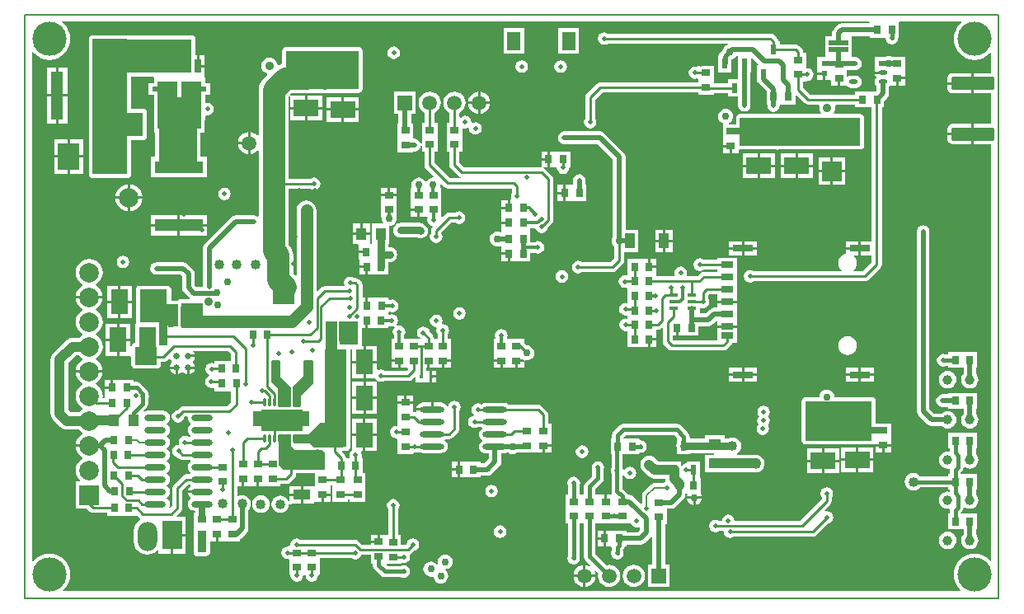
<source format=gbl>
%FSLAX25Y25*%
%MOIN*%
G70*
G01*
G75*
G04 Layer_Physical_Order=4*
G04 Layer_Color=16711680*
%ADD10C,0.02000*%
%ADD11C,0.03000*%
%ADD12C,0.01500*%
%ADD13R,0.01575X0.01181*%
%ADD14R,0.03937X0.02362*%
%ADD15R,0.03347X0.02756*%
%ADD16R,0.07480X0.11811*%
%ADD17O,0.06890X0.02362*%
%ADD18O,0.02362X0.07087*%
%ADD19O,0.07087X0.02362*%
%ADD20O,0.06299X0.02362*%
%ADD21R,0.02756X0.03347*%
%ADD22R,0.00984X0.01575*%
%ADD23R,0.02362X0.01969*%
%ADD24R,0.00984X0.01299*%
G04:AMPARAMS|DCode=25|XSize=35.43mil|YSize=157.48mil|CornerRadius=1.77mil|HoleSize=0mil|Usage=FLASHONLY|Rotation=90.000|XOffset=0mil|YOffset=0mil|HoleType=Round|Shape=RoundedRectangle|*
%AMROUNDEDRECTD25*
21,1,0.03543,0.15394,0,0,90.0*
21,1,0.03189,0.15748,0,0,90.0*
1,1,0.00354,0.07697,0.01595*
1,1,0.00354,0.07697,-0.01595*
1,1,0.00354,-0.07697,-0.01595*
1,1,0.00354,-0.07697,0.01595*
%
%ADD25ROUNDEDRECTD25*%
%ADD26R,0.01181X0.01575*%
%ADD27R,0.02362X0.02362*%
%ADD28R,0.02362X0.02362*%
%ADD29R,0.03347X0.01575*%
%ADD30R,0.05118X0.03937*%
%ADD31O,0.03740X0.00984*%
%ADD32O,0.00984X0.03740*%
%ADD33R,0.08661X0.08661*%
%ADD34R,0.03150X0.02559*%
%ADD35O,0.01378X0.06693*%
%ADD36C,0.03937*%
%ADD37R,0.01200X0.01800*%
%ADD38R,0.07874X0.03937*%
%ADD39R,0.01575X0.05906*%
%ADD40R,0.07874X0.07874*%
%ADD41O,0.03937X0.01181*%
%ADD42R,0.03937X0.01181*%
%ADD43R,0.02500X0.05906*%
%ADD44R,0.04800X0.05600*%
%ADD45R,0.04724X0.03150*%
%ADD46O,0.03740X0.01378*%
%ADD47R,0.08661X0.16929*%
%ADD48R,0.04803X0.02441*%
%ADD49R,0.07087X0.07874*%
%ADD50O,0.06693X0.01063*%
%ADD51R,0.06693X0.01063*%
%ADD52R,0.01063X0.06693*%
%ADD53R,0.08898X0.25590*%
%ADD54R,0.03937X0.05118*%
%ADD55R,0.03937X0.05906*%
%ADD56R,0.07874X0.07874*%
%ADD57R,0.04724X0.09843*%
%ADD58R,0.10000X0.07000*%
%ADD59O,0.05906X0.03150*%
%ADD60R,0.07087X0.03937*%
%ADD61O,0.03150X0.05906*%
%ADD62R,0.03937X0.07087*%
%ADD63C,0.01000*%
%ADD64C,0.08000*%
%ADD65C,0.01200*%
%ADD66C,0.00800*%
%ADD67C,0.02500*%
%ADD68R,0.11600X0.03500*%
%ADD69R,0.12910X0.06885*%
%ADD70R,0.04300X0.04600*%
%ADD71R,0.04600X0.21700*%
%ADD72R,0.34969X0.11400*%
%ADD73R,0.26500X0.16000*%
%ADD74R,0.18000X0.08400*%
%ADD75R,0.10500X0.06400*%
%ADD76R,0.06000X0.09600*%
%ADD77R,0.06700X0.09800*%
%ADD78R,0.04200X0.18700*%
%ADD79R,0.06200X0.14700*%
%ADD80R,0.10400X0.95500*%
%ADD81R,0.27300X0.16100*%
%ADD82R,0.05700X0.21700*%
%ADD83R,0.08100X0.13300*%
%ADD84R,0.08700X0.05400*%
%ADD85R,0.05000X0.07173*%
%ADD86R,0.06600X0.19900*%
%ADD87C,0.00500*%
%ADD88R,0.05906X0.05906*%
%ADD89C,0.05906*%
%ADD90C,0.07874*%
%ADD91R,0.07874X0.07874*%
G04:AMPARAMS|DCode=92|XSize=51.18mil|YSize=173.23mil|CornerRadius=2.56mil|HoleSize=0mil|Usage=FLASHONLY|Rotation=90.000|XOffset=0mil|YOffset=0mil|HoleType=Round|Shape=RoundedRectangle|*
%AMROUNDEDRECTD92*
21,1,0.05118,0.16811,0,0,90.0*
21,1,0.04606,0.17323,0,0,90.0*
1,1,0.00512,0.08406,0.02303*
1,1,0.00512,0.08406,-0.02303*
1,1,0.00512,-0.08406,-0.02303*
1,1,0.00512,-0.08406,0.02303*
%
%ADD92ROUNDEDRECTD92*%
%ADD93C,0.01969*%
%ADD94R,0.05315X0.07284*%
%ADD95C,0.13780*%
%ADD96O,0.07874X0.11811*%
%ADD97R,0.07874X0.11811*%
%ADD98C,0.02000*%
%ADD99C,0.03000*%
%ADD100C,0.03500*%
%ADD101C,0.04000*%
%ADD102C,0.02598*%
%ADD103C,0.04000*%
%ADD104R,0.10876X0.04450*%
%ADD105R,0.12400X0.11000*%
%ADD106R,0.12400X0.13400*%
%ADD107R,0.42200X0.13900*%
%ADD108R,0.28100X0.17200*%
%ADD109R,0.10200X0.09400*%
%ADD110R,0.09500X0.12000*%
%ADD111C,0.05000*%
%ADD112R,0.39000X0.13800*%
%ADD113R,0.06200X0.13300*%
%ADD114R,0.21900X0.04900*%
%ADD115R,0.19300X0.05600*%
%ADD116R,0.27100X0.16800*%
%ADD117R,0.08400X0.08100*%
%ADD118R,0.08300X0.14100*%
%ADD119R,0.08661X0.11024*%
%ADD120R,0.01969X0.07874*%
%ADD121R,0.02362X0.03937*%
%ADD122R,0.02500X0.05500*%
%ADD123R,0.06299X0.01969*%
%ADD124R,0.07874X0.14410*%
%ADD125R,0.07000X0.10000*%
%ADD126R,0.07087X0.03937*%
%ADD127O,0.09843X0.02362*%
%ADD128O,0.08661X0.02362*%
%ADD129O,0.01378X0.03740*%
%ADD130R,0.16929X0.08661*%
%ADD131R,0.04843X0.02559*%
%ADD132R,0.08268X0.02756*%
%ADD133O,0.03543X0.01969*%
%ADD134O,0.03543X0.01969*%
%ADD135R,0.03543X0.01969*%
%ADD136R,0.03347X0.01575*%
%ADD137R,0.07874X0.01969*%
%ADD138R,0.05118X0.19685*%
%ADD139R,0.03150X0.04724*%
%ADD140R,0.19685X0.05118*%
%ADD141C,0.09000*%
%ADD142R,0.22800X0.06300*%
%ADD143R,0.08600X0.09700*%
%ADD144R,0.05400X0.08800*%
%ADD145R,0.03600X0.11400*%
%ADD146R,0.11100X0.13400*%
%ADD147R,0.08800X0.07400*%
%ADD148R,0.29300X0.15600*%
%ADD149R,0.14000X0.54700*%
%ADD150R,0.48700X0.11300*%
%ADD151R,0.26931X0.16000*%
%ADD152R,0.14700X0.03700*%
%ADD153R,0.08500X0.39500*%
%ADD154R,0.04900X0.17100*%
%ADD155R,0.07600X0.09400*%
%ADD156R,0.03474X0.08965*%
%ADD157R,0.08900X0.10200*%
%ADD158R,0.15200X0.28165*%
%ADD159R,0.15800X0.09700*%
G36*
X371592Y209045D02*
X370829Y208419D01*
X369780Y207141D01*
X369001Y205684D01*
X368521Y204102D01*
X368359Y202457D01*
X368521Y200813D01*
X369001Y199231D01*
X369780Y197774D01*
X370829Y196496D01*
X372106Y195448D01*
X373564Y194669D01*
X375145Y194189D01*
X376790Y194027D01*
X378434Y194189D01*
X380016Y194669D01*
X381473Y195448D01*
X382751Y196496D01*
X383176Y197015D01*
X383647Y196846D01*
Y188630D01*
X376644D01*
Y184535D01*
Y180443D01*
X383647D01*
Y168157D01*
X376644D01*
Y164063D01*
Y159970D01*
X383647D01*
Y-8467D01*
X383176Y-8635D01*
X382751Y-8117D01*
X381473Y-7068D01*
X380016Y-6289D01*
X378434Y-5810D01*
X376790Y-5648D01*
X375145Y-5810D01*
X373564Y-6289D01*
X372106Y-7068D01*
X370829Y-8117D01*
X369780Y-9394D01*
X369001Y-10852D01*
X368521Y-12433D01*
X368359Y-14078D01*
X368521Y-15723D01*
X369001Y-17304D01*
X369780Y-18762D01*
X370829Y-20039D01*
X371323Y-20445D01*
X371155Y-20916D01*
X8409D01*
X8241Y-20445D01*
X8735Y-20039D01*
X9784Y-18762D01*
X10563Y-17304D01*
X11042Y-15723D01*
X11204Y-14078D01*
X11042Y-12433D01*
X10563Y-10852D01*
X9784Y-9394D01*
X8735Y-8117D01*
X7458Y-7068D01*
X6000Y-6289D01*
X4419Y-5810D01*
X2774Y-5648D01*
X1129Y-5810D01*
X-452Y-6289D01*
X-1910Y-7068D01*
X-3187Y-8117D01*
X-3813Y-8880D01*
X-4284Y-8711D01*
Y197091D01*
X-3813Y197259D01*
X-3187Y196496D01*
X-1910Y195448D01*
X-452Y194669D01*
X1129Y194189D01*
X2774Y194027D01*
X4419Y194189D01*
X6000Y194669D01*
X7458Y195448D01*
X8735Y196496D01*
X9784Y197774D01*
X10563Y199231D01*
X11042Y200813D01*
X11204Y202457D01*
X11042Y204102D01*
X10563Y205684D01*
X9784Y207141D01*
X8735Y208419D01*
X7458Y209467D01*
X7470Y209516D01*
X334295D01*
X334599Y209211D01*
X334408Y208749D01*
X323100D01*
X322125Y208555D01*
X321298Y208002D01*
X320029Y206734D01*
X319477Y205907D01*
X319283Y204931D01*
Y203537D01*
X316394D01*
Y198568D01*
Y195616D01*
X316394D01*
Y195380D01*
X316163Y195149D01*
X316008Y195118D01*
X313319D01*
Y189756D01*
Y189000D01*
X316001D01*
Y188501D01*
X316500D01*
Y185819D01*
X318505D01*
X318858Y185465D01*
Y183622D01*
X321532D01*
Y186501D01*
X322532D01*
Y183622D01*
X325157D01*
X325353Y183329D01*
X326175Y182780D01*
X327144Y182587D01*
X328719D01*
X329688Y182780D01*
X330510Y183329D01*
X331059Y184150D01*
X331252Y185120D01*
X331059Y186089D01*
X330510Y186911D01*
X329688Y187460D01*
X328719Y187653D01*
X327144D01*
X326175Y187460D01*
X325646Y187106D01*
X325205Y187342D01*
Y189174D01*
X325205Y189174D01*
D01*
D01*
X325205Y189378D01*
Y189394D01*
Y189453D01*
X325205Y189528D01*
X325205Y189732D01*
X325205Y189732D01*
X325205D01*
Y190051D01*
X327931D01*
X328012Y190067D01*
X328719D01*
X329688Y190260D01*
X330510Y190809D01*
X331059Y191631D01*
X331252Y192600D01*
X331059Y193569D01*
X330510Y194391D01*
X329688Y194940D01*
X328719Y195133D01*
X328012D01*
X327931Y195149D01*
X327269D01*
Y195616D01*
X327269D01*
Y198568D01*
Y203537D01*
D01*
Y203537D01*
X327382Y203651D01*
X334648D01*
Y203027D01*
X340404D01*
X340404Y203027D01*
Y203027D01*
X340404D01*
X340553D01*
X340748Y203027D01*
X340882Y202863D01*
X341076Y201887D01*
X341629Y201061D01*
X342456Y200508D01*
X343431Y200314D01*
X344407Y200508D01*
X345234Y201061D01*
X345786Y201887D01*
X345981Y202863D01*
X346115Y203027D01*
X346309D01*
Y209162D01*
X346309Y209162D01*
D01*
D01*
X346309Y209373D01*
D01*
X346452Y209516D01*
X371423D01*
X371592Y209045D01*
D02*
G37*
%LPC*%
G36*
X336036Y66173D02*
X330902D01*
Y63795D01*
X336036D01*
Y66173D01*
D02*
G37*
G36*
X129732Y71300D02*
X125232D01*
Y65300D01*
X129732D01*
Y71300D01*
D02*
G37*
G36*
X329902Y66173D02*
X324768D01*
Y63795D01*
X329902D01*
Y66173D01*
D02*
G37*
G36*
X282658D02*
X277524D01*
Y63795D01*
X282658D01*
Y66173D01*
D02*
G37*
G36*
X288792D02*
X283658D01*
Y63795D01*
X288792D01*
Y66173D01*
D02*
G37*
G36*
X282658Y69551D02*
X277524D01*
Y67173D01*
X282658D01*
Y69551D01*
D02*
G37*
G36*
X288792D02*
X283658D01*
Y67173D01*
X288792D01*
Y69551D01*
D02*
G37*
G36*
X61651Y69038D02*
X59394D01*
Y66780D01*
X59624Y66811D01*
X60305Y67093D01*
X60890Y67541D01*
X61339Y68126D01*
X61621Y68807D01*
X61651Y69038D01*
D02*
G37*
G36*
X159091Y68287D02*
X157500D01*
Y66500D01*
X159091D01*
Y68287D01*
D02*
G37*
G36*
X53669Y69038D02*
X51412D01*
X51442Y68807D01*
X51724Y68126D01*
X52173Y67541D01*
X52758Y67093D01*
X53439Y66811D01*
X53669Y66780D01*
Y69038D01*
D02*
G37*
G36*
X159091Y65500D02*
X157500D01*
Y63713D01*
X159091D01*
Y65500D01*
D02*
G37*
G36*
X186729Y55336D02*
X179249D01*
X178549Y55244D01*
X177897Y54973D01*
X177502Y54671D01*
X177401D01*
X176976Y54955D01*
X176000Y55149D01*
X175024Y54955D01*
X174198Y54402D01*
X173645Y53575D01*
X173451Y52600D01*
X173645Y51625D01*
X174198Y50798D01*
X174474Y50613D01*
X174377Y50122D01*
X173693Y49986D01*
X172866Y49434D01*
X172314Y48607D01*
X172119Y47631D01*
X172314Y46656D01*
X172866Y45829D01*
X173693Y45276D01*
X174669Y45083D01*
X175644Y45276D01*
X176117Y45592D01*
X177502D01*
X177777Y45382D01*
Y44881D01*
X177337Y44544D01*
X176907Y43984D01*
X176637Y43331D01*
X176545Y42632D01*
X176637Y41932D01*
X176907Y41279D01*
X177337Y40719D01*
X177777Y40382D01*
Y39882D01*
X177337Y39544D01*
X176907Y38984D01*
X176637Y38331D01*
X176545Y37631D01*
X176637Y36932D01*
X176907Y36279D01*
X177337Y35719D01*
X177897Y35290D01*
X178549Y35019D01*
X179249Y34927D01*
X180440D01*
Y32645D01*
X178644Y30849D01*
X177183D01*
Y31473D01*
X171632D01*
X171632Y31473D01*
Y31473D01*
X171428Y31473D01*
X171353D01*
X171278D01*
X171074Y31473D01*
X171074Y31473D01*
Y31473D01*
X168900D01*
Y28299D01*
Y25127D01*
X171278D01*
Y25127D01*
X171428D01*
X171632Y25127D01*
X171632Y25127D01*
Y25127D01*
X177183D01*
Y25751D01*
X179700D01*
X180675Y25945D01*
X181502Y26498D01*
X184791Y29787D01*
X185344Y30613D01*
X185538Y31589D01*
X185538Y31589D01*
X185538Y31589D01*
Y31589D01*
Y34927D01*
X186729D01*
X187429Y35019D01*
X187581Y35083D01*
X188394D01*
X188487Y35011D01*
X189217Y34709D01*
X190000Y34606D01*
X190783Y34709D01*
X191513Y35011D01*
X191606Y35083D01*
X195306D01*
X195635Y35148D01*
X198873D01*
Y35148D01*
X198873D01*
X198873Y35148D01*
X199327Y35148D01*
Y35148D01*
X202000D01*
Y38027D01*
X202499D01*
Y38526D01*
X205673D01*
Y40700D01*
X205673Y40700D01*
D01*
D01*
X205673Y40904D01*
Y40920D01*
Y40979D01*
X205673Y41054D01*
X205673Y41258D01*
X205673Y41258D01*
X205673D01*
Y46809D01*
X204539D01*
Y50600D01*
X204384Y51380D01*
X204207Y51645D01*
X203942Y52042D01*
X203942Y52042D01*
X201910Y54073D01*
X201249Y54515D01*
X200468Y54671D01*
X188476D01*
X188081Y54973D01*
X187429Y55244D01*
X186729Y55336D01*
D02*
G37*
G36*
X146300Y58310D02*
X143627D01*
Y55932D01*
X146300D01*
Y58310D01*
D02*
G37*
G36*
X166600Y56249D02*
X165624Y56055D01*
X164798Y55502D01*
X164245Y54676D01*
X164122Y54057D01*
X163624Y54008D01*
X163593Y54084D01*
X163163Y54644D01*
X162603Y55073D01*
X161951Y55344D01*
X161251Y55436D01*
X158011D01*
Y52731D01*
X157512D01*
Y52232D01*
X151132D01*
X151159Y52032D01*
X151246Y51822D01*
X150929Y51435D01*
X150274Y51565D01*
X149973D01*
Y52200D01*
X149973Y52200D01*
D01*
D01*
X149973Y52404D01*
Y52420D01*
Y52479D01*
X149973Y52554D01*
X149973Y52758D01*
X149973Y52758D01*
X149973D01*
Y54931D01*
X143627D01*
Y52758D01*
X143627Y52758D01*
X143627D01*
X143627Y52553D01*
Y52404D01*
D01*
D01*
D01*
X143627D01*
D01*
Y46668D01*
X143627Y46668D01*
X143627D01*
X143627Y46648D01*
Y46415D01*
X143527Y46315D01*
X143527D01*
Y46283D01*
X143140Y45965D01*
X143037Y45986D01*
X142062Y45792D01*
X141235Y45239D01*
X140682Y44412D01*
X140488Y43437D01*
X140682Y42462D01*
X141235Y41635D01*
X142062Y41082D01*
X143037Y40888D01*
X143140Y40909D01*
X143527Y40591D01*
Y40559D01*
Y40409D01*
D01*
D01*
D01*
X143527D01*
D01*
Y34654D01*
X149873D01*
Y34933D01*
X150260Y35250D01*
X150600Y35182D01*
X151576Y35377D01*
X152035Y35684D01*
X152419Y35390D01*
X153071Y35119D01*
X153771Y35027D01*
X161251D01*
X161951Y35119D01*
X162603Y35390D01*
X163163Y35819D01*
X163593Y36379D01*
X163863Y37032D01*
X163955Y37732D01*
X163863Y38431D01*
X163593Y39084D01*
X163163Y39644D01*
X162603Y40073D01*
Y40390D01*
X162998Y40692D01*
X164331D01*
X165112Y40848D01*
X165773Y41290D01*
X168042Y43558D01*
X168484Y44220D01*
X168639Y45000D01*
X168639Y45000D01*
X168639Y45000D01*
Y45000D01*
Y52252D01*
X168955Y52724D01*
X169149Y53700D01*
X168955Y54676D01*
X168402Y55502D01*
X167576Y56055D01*
X166600Y56249D01*
D02*
G37*
G36*
X135231Y56800D02*
X130731D01*
Y50800D01*
X135231D01*
Y56800D01*
D02*
G37*
G36*
X157011Y55436D02*
X153771D01*
X153071Y55344D01*
X152419Y55073D01*
X151859Y54644D01*
X151429Y54084D01*
X151159Y53431D01*
X151132Y53232D01*
X157011D01*
Y55436D01*
D02*
G37*
G36*
X365955Y68198D02*
X365050Y68079D01*
X364206Y67730D01*
X363481Y67174D01*
X362925Y66449D01*
X362576Y65605D01*
X362457Y64700D01*
X362576Y63794D01*
X362925Y62951D01*
X363481Y62226D01*
X364206Y61670D01*
X365050Y61321D01*
X365955Y61202D01*
X366861Y61321D01*
X367704Y61670D01*
X368429Y62226D01*
X368985Y62951D01*
X369334Y63794D01*
X369454Y64700D01*
X369334Y65605D01*
X368985Y66449D01*
X368429Y67174D01*
X367704Y67730D01*
X366861Y68079D01*
X365955Y68198D01*
D02*
G37*
G36*
X27600Y64673D02*
X25222D01*
Y62000D01*
X27600D01*
Y64673D01*
D02*
G37*
G36*
X372232Y59373D02*
Y59373D01*
X372028Y59373D01*
X371953D01*
X371878D01*
X371674Y59373D01*
X371674Y59373D01*
Y59373D01*
X366122D01*
Y58749D01*
X363800D01*
X362825Y58555D01*
X361998Y58002D01*
X361445Y57175D01*
X361251Y56200D01*
X361445Y55225D01*
X361998Y54398D01*
X362825Y53845D01*
X363800Y53651D01*
X366122D01*
Y53027D01*
X371878D01*
X371878Y53027D01*
Y53027D01*
X371878D01*
X372028D01*
X372028D01*
X372232D01*
X372232D01*
D01*
X372357D01*
Y50792D01*
X371902Y50199D01*
X371552Y49356D01*
X371433Y48450D01*
X371552Y47545D01*
X371902Y46701D01*
X372458Y45976D01*
X373182Y45420D01*
X374026Y45071D01*
X374932Y44952D01*
X375837Y45071D01*
X376681Y45420D01*
X377405Y45976D01*
X377961Y46701D01*
X378311Y47545D01*
X378430Y48450D01*
X378311Y49356D01*
X377961Y50199D01*
X377454Y50860D01*
Y53027D01*
X377783D01*
Y59373D01*
X372232D01*
X372232Y59373D01*
D02*
G37*
G36*
X149973Y58310D02*
X147300D01*
Y55932D01*
X149973D01*
Y58310D01*
D02*
G37*
G36*
X129732Y63800D02*
X125232D01*
Y57800D01*
X129732D01*
Y63800D01*
D02*
G37*
G36*
X329902Y69551D02*
X324768D01*
Y67173D01*
X329902D01*
Y69551D01*
D02*
G37*
G36*
X30600Y95600D02*
X26100D01*
Y89600D01*
X30600D01*
Y95600D01*
D02*
G37*
G36*
X36100D02*
X31600D01*
Y89600D01*
X36100D01*
Y95600D01*
D02*
G37*
G36*
X168600Y94049D02*
X167624Y93855D01*
X166798Y93302D01*
X166245Y92475D01*
X166051Y91500D01*
X166245Y90525D01*
X166798Y89698D01*
X167624Y89145D01*
X168600Y88951D01*
X169576Y89145D01*
X170402Y89698D01*
X170955Y90525D01*
X171149Y91500D01*
X170955Y92475D01*
X170402Y93302D01*
X169576Y93855D01*
X168600Y94049D01*
D02*
G37*
G36*
X30000Y87300D02*
X25500D01*
Y81300D01*
X30000D01*
Y87300D01*
D02*
G37*
G36*
X35500D02*
X31000D01*
Y81300D01*
X35500D01*
Y87300D01*
D02*
G37*
G36*
X210000Y108949D02*
X209025Y108755D01*
X208198Y108202D01*
X207645Y107376D01*
X207451Y106400D01*
X207645Y105424D01*
X208198Y104598D01*
X209025Y104045D01*
X210000Y103851D01*
X210976Y104045D01*
X211802Y104598D01*
X212355Y105424D01*
X212549Y106400D01*
X212355Y107376D01*
X211802Y108202D01*
X210976Y108755D01*
X210000Y108949D01*
D02*
G37*
G36*
X130526Y109800D02*
X128148D01*
Y107127D01*
X130526D01*
Y109800D01*
D02*
G37*
G36*
X18900Y113484D02*
X17481Y113297D01*
X16158Y112749D01*
X15022Y111878D01*
X14151Y110742D01*
X13603Y109419D01*
X13416Y108000D01*
X13603Y106581D01*
X14151Y105258D01*
X15022Y104122D01*
X16158Y103251D01*
X16160Y103250D01*
Y102750D01*
X16158Y102749D01*
X15022Y101878D01*
X14151Y100742D01*
X13603Y99419D01*
X13482Y98500D01*
X24318D01*
X24197Y99419D01*
X23649Y100742D01*
X22778Y101878D01*
X21642Y102749D01*
X21640Y102750D01*
Y103250D01*
X21642Y103251D01*
X22778Y104122D01*
X23649Y105258D01*
X24197Y106581D01*
X24384Y108000D01*
X24197Y109419D01*
X23649Y110742D01*
X22778Y111878D01*
X21642Y112749D01*
X20319Y113297D01*
X18900Y113484D01*
D02*
G37*
G36*
X30600Y102600D02*
X26100D01*
Y96600D01*
X30600D01*
Y102600D01*
D02*
G37*
G36*
X36100D02*
X31600D01*
Y96600D01*
X36100D01*
Y102600D01*
D02*
G37*
G36*
X248110Y80500D02*
X245731D01*
Y77827D01*
X248110D01*
Y80500D01*
D02*
G37*
G36*
X185031Y71794D02*
X182358D01*
Y69416D01*
X185031D01*
Y71794D01*
D02*
G37*
G36*
X194805D02*
X192131D01*
Y69416D01*
X194805D01*
Y71794D01*
D02*
G37*
G36*
X165105D02*
X162432D01*
Y69416D01*
X165105D01*
Y71794D01*
D02*
G37*
G36*
X336036Y69551D02*
X330902D01*
Y67173D01*
X336036D01*
Y69551D01*
D02*
G37*
G36*
X143731Y71794D02*
X141058D01*
Y69416D01*
X143731D01*
Y71794D01*
D02*
G37*
G36*
X185531Y85180D02*
X184556Y84987D01*
X183729Y84434D01*
X183177Y83607D01*
X182983Y82631D01*
X183177Y81656D01*
X183268Y81519D01*
X183033Y81078D01*
X182358D01*
Y75322D01*
X182358Y75322D01*
X182358Y75172D01*
X182358D01*
Y72795D01*
X185532D01*
Y72295D01*
X186031D01*
Y69416D01*
X191131D01*
Y72295D01*
X191630D01*
Y72795D01*
X194473D01*
X194805Y72657D01*
Y72220D01*
X195181Y72549D01*
X195794Y72469D01*
X196578Y72572D01*
X197308Y72874D01*
X197934Y73355D01*
X198415Y73982D01*
X198717Y74711D01*
X198820Y75494D01*
X198717Y76278D01*
X198415Y77008D01*
X197934Y77634D01*
X197308Y78115D01*
X196578Y78417D01*
X195797Y78520D01*
X194805Y79512D01*
Y81078D01*
X188031D01*
X187795Y81519D01*
X187886Y81656D01*
X188081Y82631D01*
X187886Y83607D01*
X187334Y84434D01*
X186507Y84987D01*
X185531Y85180D01*
D02*
G37*
G36*
X372232Y75773D02*
Y75773D01*
X372028Y75773D01*
X371953D01*
X371878D01*
X371674Y75773D01*
X371674Y75773D01*
Y75773D01*
X366122D01*
Y74894D01*
X365267D01*
X365176Y74955D01*
X364200Y75149D01*
X363225Y74955D01*
X362398Y74402D01*
X361845Y73576D01*
X361651Y72600D01*
X361845Y71624D01*
X362398Y70798D01*
X363225Y70245D01*
X364200Y70051D01*
X365176Y70245D01*
X365267Y70306D01*
X366122D01*
Y69427D01*
X371878D01*
X371878Y69427D01*
Y69427D01*
X371878D01*
X372028D01*
X372028D01*
X372232D01*
X372232D01*
D01*
X372357D01*
Y67042D01*
X371902Y66449D01*
X371552Y65605D01*
X371433Y64700D01*
X371552Y63794D01*
X371902Y62951D01*
X372458Y62226D01*
X373182Y61670D01*
X374026Y61321D01*
X374932Y61202D01*
X375837Y61321D01*
X376681Y61670D01*
X377405Y62226D01*
X377961Y62951D01*
X378311Y63794D01*
X378430Y64700D01*
X378311Y65605D01*
X377961Y66449D01*
X377454Y67110D01*
Y69427D01*
X377783D01*
Y75773D01*
X372232D01*
X372232Y75773D01*
D02*
G37*
G36*
X325481Y82249D02*
X324497Y82120D01*
X323579Y81739D01*
X322791Y81135D01*
X322187Y80347D01*
X321807Y79430D01*
X321677Y78445D01*
X321807Y77460D01*
X322187Y76543D01*
X322791Y75755D01*
X323579Y75150D01*
X324497Y74770D01*
X325481Y74641D01*
X326466Y74770D01*
X327383Y75150D01*
X328171Y75755D01*
X328776Y76543D01*
X329156Y77460D01*
X329285Y78445D01*
X329156Y79430D01*
X328776Y80347D01*
X328171Y81135D01*
X327383Y81739D01*
X326466Y82120D01*
X325481Y82249D01*
D02*
G37*
G36*
X135231Y78300D02*
X130731D01*
Y72300D01*
X135231D01*
Y78300D01*
D02*
G37*
G36*
X30000Y80300D02*
X25500D01*
Y74300D01*
X30000D01*
Y80300D01*
D02*
G37*
G36*
X88300Y17930D02*
X87386Y17810D01*
X86535Y17457D01*
X85804Y16896D01*
X85243Y16165D01*
X84890Y15314D01*
X84770Y14400D01*
X84890Y13486D01*
X85243Y12635D01*
X85804Y11904D01*
X86535Y11343D01*
X87386Y10990D01*
X88300Y10870D01*
X89214Y10990D01*
X90065Y11343D01*
X90796Y11904D01*
X91357Y12635D01*
X91710Y13486D01*
X91830Y14400D01*
X91710Y15314D01*
X91357Y16165D01*
X90796Y16896D01*
X90065Y17457D01*
X89214Y17810D01*
X88300Y17930D01*
D02*
G37*
G36*
X263032Y16500D02*
X260571D01*
X260609Y16217D01*
X260911Y15487D01*
X261392Y14860D01*
X262019Y14379D01*
X262748Y14077D01*
X263032Y14040D01*
Y16500D01*
D02*
G37*
G36*
X96100Y17830D02*
X95186Y17710D01*
X94335Y17357D01*
X93604Y16796D01*
X93043Y16065D01*
X92690Y15214D01*
X92570Y14300D01*
X92690Y13386D01*
X93043Y12535D01*
X93604Y11804D01*
X94335Y11243D01*
X95186Y10890D01*
X96100Y10770D01*
X97014Y10890D01*
X97865Y11243D01*
X98596Y11804D01*
X99157Y12535D01*
X99510Y13386D01*
X99630Y14300D01*
X102184Y14636D01*
X104431D01*
Y17605D01*
X99888D01*
Y15582D01*
X99398Y15484D01*
X99157Y16065D01*
X98596Y16796D01*
X97865Y17357D01*
X97014Y17710D01*
X96100Y17830D01*
D02*
G37*
G36*
X141800Y16449D02*
X140824Y16255D01*
X139998Y15702D01*
X139445Y14875D01*
X139251Y13900D01*
X139445Y12924D01*
X139761Y12452D01*
Y1778D01*
X139073D01*
Y1978D01*
X136400D01*
Y-901D01*
X135901D01*
Y-1400D01*
X132727D01*
Y-2061D01*
X129245D01*
X127777Y-593D01*
X127115Y-151D01*
X126335Y5D01*
X104313D01*
X103841Y320D01*
X102865Y514D01*
X101890Y320D01*
X101063Y-232D01*
X100510Y-1059D01*
X100316Y-2035D01*
X100324Y-2075D01*
X100007Y-2461D01*
X99692D01*
Y-2475D01*
X99306Y-2792D01*
X99100Y-2751D01*
X98124Y-2945D01*
X97298Y-3498D01*
X96745Y-4324D01*
X96551Y-5300D01*
X96745Y-6276D01*
X97298Y-7102D01*
X98124Y-7655D01*
X99100Y-7849D01*
X99306Y-7808D01*
X99692Y-8125D01*
Y-8217D01*
Y-8367D01*
D01*
D01*
D01*
X99692D01*
D01*
Y-14123D01*
X100035D01*
X100316Y-14465D01*
X100510Y-15441D01*
X101063Y-16268D01*
X101890Y-16820D01*
X102865Y-17014D01*
X103841Y-16820D01*
X104668Y-16268D01*
X105220Y-15441D01*
X105414Y-14465D01*
X105665Y-14160D01*
X106165D01*
X106408Y-14457D01*
X106602Y-15432D01*
X107154Y-16259D01*
X107981Y-16812D01*
X108957Y-17006D01*
X109932Y-16812D01*
X110759Y-16259D01*
X111312Y-15432D01*
X111506Y-14457D01*
X111799Y-14100D01*
X112130D01*
Y-8548D01*
X112130Y-8548D01*
D01*
D01*
X112130Y-8344D01*
Y-8328D01*
Y-8269D01*
X112130Y-8194D01*
X112130Y-7990D01*
X112130Y-7990D01*
X112130D01*
Y-7378D01*
X124724D01*
X125490Y-7890D01*
X126466Y-8084D01*
X127441Y-7890D01*
X128268Y-7338D01*
X128821Y-6511D01*
X128894Y-6139D01*
X132727D01*
Y-9684D01*
X133606D01*
Y-10400D01*
X133781Y-11278D01*
X134278Y-12022D01*
X136786Y-14531D01*
X137531Y-15028D01*
X138409Y-15203D01*
X144942D01*
X145033Y-15264D01*
X146009Y-15458D01*
X146984Y-15264D01*
X147811Y-14711D01*
X148364Y-13884D01*
X148558Y-12909D01*
X148364Y-11933D01*
X147811Y-11106D01*
X146984Y-10554D01*
X146009Y-10360D01*
X145033Y-10554D01*
X144942Y-10615D01*
X139428D01*
X139150Y-10199D01*
X139281Y-9883D01*
X144973D01*
Y-9741D01*
X145360Y-9424D01*
X146003Y-9552D01*
X146979Y-9358D01*
X147806Y-8806D01*
X148358Y-7979D01*
X148552Y-7003D01*
X148358Y-6028D01*
X148370Y-5999D01*
X148447Y-5984D01*
X149109Y-5542D01*
X150150Y-4501D01*
X150708Y-4390D01*
X151535Y-3837D01*
X152087Y-3010D01*
X152281Y-2035D01*
X152087Y-1059D01*
X151535Y-232D01*
X150708Y320D01*
X149732Y514D01*
X148757Y320D01*
X147930Y-232D01*
X147377Y-1059D01*
X147266Y-1617D01*
X146822Y-2061D01*
X144973D01*
Y1778D01*
X143839D01*
Y12452D01*
X144155Y12924D01*
X144349Y13900D01*
X144155Y14875D01*
X143602Y15702D01*
X142775Y16255D01*
X141800Y16449D01*
D02*
G37*
G36*
X317100Y21249D02*
X316125Y21055D01*
X315298Y20502D01*
X314745Y19676D01*
X314551Y18700D01*
X314745Y17725D01*
X315061Y17252D01*
Y16445D01*
X306155Y7539D01*
X279899D01*
X279849Y7600D01*
X279655Y8575D01*
X279102Y9402D01*
X278275Y9955D01*
X277300Y10149D01*
X276325Y9955D01*
X275498Y9402D01*
X274945Y8575D01*
X274751Y7600D01*
X274701Y7539D01*
X273548D01*
X273076Y7855D01*
X272100Y8049D01*
X271125Y7855D01*
X270298Y7302D01*
X269745Y6475D01*
X269551Y5500D01*
X269745Y4524D01*
X270298Y3698D01*
X271125Y3145D01*
X272100Y2951D01*
X273076Y3145D01*
X273548Y3461D01*
X275237D01*
X275451Y3200D01*
X275645Y2224D01*
X276198Y1398D01*
X277025Y845D01*
X278000Y651D01*
X278976Y845D01*
X279448Y1161D01*
X311400D01*
X312180Y1316D01*
X312842Y1758D01*
X315542Y4458D01*
X315542Y4458D01*
X315542Y4458D01*
X317658Y6574D01*
X318216Y6685D01*
X319043Y7238D01*
X319595Y8065D01*
X319789Y9040D01*
X319595Y10016D01*
X319043Y10843D01*
X318216Y11395D01*
X317240Y11589D01*
X316503Y11443D01*
X316267Y11884D01*
X318542Y14158D01*
X318984Y14820D01*
X319139Y15600D01*
X319139Y15600D01*
X319139Y15600D01*
Y15600D01*
Y17252D01*
X319455Y17725D01*
X319649Y18700D01*
X319455Y19676D01*
X318902Y20502D01*
X318075Y21055D01*
X317100Y21249D01*
D02*
G37*
G36*
X104431Y21573D02*
X99888D01*
Y18605D01*
X104431D01*
Y21573D01*
D02*
G37*
G36*
X167900Y27800D02*
X165522D01*
Y25127D01*
X167900D01*
Y27800D01*
D02*
G37*
G36*
X181548Y22249D02*
X180573Y22055D01*
X179746Y21502D01*
X179193Y20675D01*
X178999Y19700D01*
X179193Y18724D01*
X179746Y17898D01*
X180573Y17345D01*
X181548Y17151D01*
X182524Y17345D01*
X183350Y17898D01*
X183903Y18724D01*
X184097Y19700D01*
X183903Y20675D01*
X183350Y21502D01*
X182524Y22055D01*
X181548Y22249D01*
D02*
G37*
G36*
X266492Y16500D02*
X264032D01*
Y14040D01*
X264315Y14077D01*
X265044Y14379D01*
X265671Y14860D01*
X266152Y15487D01*
X266454Y16217D01*
X266492Y16500D01*
D02*
G37*
G36*
X116405Y17700D02*
X113732D01*
Y15322D01*
X116405D01*
Y17700D01*
D02*
G37*
G36*
X226734Y3653D02*
X224356D01*
Y979D01*
X226734D01*
Y3653D01*
D02*
G37*
G36*
X218632Y-10275D02*
X217969Y-10362D01*
X216886Y-10810D01*
X215956Y-11524D01*
X215242Y-12454D01*
X214793Y-13538D01*
X214706Y-14200D01*
X218632D01*
Y-10275D01*
D02*
G37*
G36*
X162800Y-5946D02*
X162017Y-6049D01*
X161287Y-6351D01*
X160660Y-6832D01*
X160179Y-7459D01*
X159877Y-8189D01*
X159774Y-8972D01*
X159877Y-9755D01*
X160014Y-10086D01*
X159973Y-10110D01*
X159973Y-10110D01*
X159581Y-10336D01*
X159140Y-9760D01*
X158513Y-9279D01*
X157783Y-8977D01*
X157000Y-8874D01*
X156217Y-8977D01*
X155487Y-9279D01*
X154860Y-9760D01*
X154379Y-10387D01*
X154077Y-11117D01*
X153974Y-11900D01*
X154077Y-12683D01*
X154379Y-13413D01*
X154860Y-14040D01*
X155487Y-14521D01*
X156217Y-14823D01*
X157000Y-14926D01*
X157783Y-14823D01*
X158007Y-14952D01*
X158077Y-15483D01*
X158379Y-16213D01*
X158860Y-16840D01*
X159487Y-17321D01*
X160217Y-17623D01*
X161000Y-17726D01*
X161783Y-17623D01*
X162513Y-17321D01*
X163140Y-16840D01*
X163620Y-16213D01*
X163923Y-15483D01*
X164026Y-14700D01*
X163923Y-13917D01*
X163620Y-13187D01*
X163140Y-12560D01*
X162764Y-12272D01*
X162800Y-11998D01*
X163583Y-11895D01*
X164313Y-11592D01*
X164940Y-11111D01*
X165420Y-10485D01*
X165723Y-9755D01*
X165826Y-8972D01*
X165723Y-8189D01*
X165420Y-7459D01*
X164940Y-6832D01*
X164313Y-6351D01*
X163583Y-6049D01*
X162800Y-5946D01*
D02*
G37*
G36*
X223557Y-15200D02*
X219632D01*
Y-19125D01*
X220294Y-19038D01*
X221377Y-18589D01*
X222307Y-17876D01*
X223021Y-16946D01*
X223470Y-15862D01*
X223557Y-15200D01*
D02*
G37*
G36*
X239131Y-10209D02*
X237969Y-10362D01*
X236886Y-10810D01*
X235956Y-11524D01*
X235242Y-12454D01*
X234793Y-13538D01*
X234640Y-14700D01*
X234793Y-15862D01*
X235242Y-16946D01*
X235956Y-17876D01*
X236886Y-18589D01*
X237969Y-19038D01*
X239131Y-19191D01*
X240294Y-19038D01*
X241377Y-18589D01*
X242307Y-17876D01*
X243021Y-16946D01*
X243470Y-15862D01*
X243623Y-14700D01*
X243470Y-13538D01*
X243021Y-12454D01*
X242307Y-11524D01*
X241377Y-10810D01*
X240294Y-10362D01*
X239131Y-10209D01*
D02*
G37*
G36*
X218632Y-15200D02*
X214706D01*
X214793Y-15862D01*
X215242Y-16946D01*
X215956Y-17876D01*
X216886Y-18589D01*
X217969Y-19038D01*
X218632Y-19125D01*
Y-15200D01*
D02*
G37*
G36*
X135400Y1978D02*
X132727D01*
Y-400D01*
X135400D01*
Y1978D01*
D02*
G37*
G36*
X185000Y5749D02*
X184025Y5555D01*
X183198Y5002D01*
X182645Y4175D01*
X182451Y3200D01*
X182645Y2224D01*
X183198Y1398D01*
X184025Y845D01*
X185000Y651D01*
X185976Y845D01*
X186802Y1398D01*
X187355Y2224D01*
X187549Y3200D01*
X187355Y4175D01*
X186802Y5002D01*
X185976Y5555D01*
X185000Y5749D01*
D02*
G37*
G36*
X226734Y-21D02*
X224356D01*
Y-2694D01*
X226734D01*
Y-21D01*
D02*
G37*
G36*
X57837Y1300D02*
X52900D01*
Y-5605D01*
X57837D01*
Y1300D01*
D02*
G37*
G36*
X365955Y3198D02*
X365050Y3079D01*
X364206Y2730D01*
X363481Y2174D01*
X362925Y1449D01*
X362576Y605D01*
X362457Y-300D01*
X362576Y-1206D01*
X362925Y-2049D01*
X363481Y-2774D01*
X364206Y-3330D01*
X365050Y-3679D01*
X365955Y-3798D01*
X366861Y-3679D01*
X367704Y-3330D01*
X368429Y-2774D01*
X368985Y-2049D01*
X369334Y-1206D01*
X369454Y-300D01*
X369334Y605D01*
X368985Y1449D01*
X368429Y2174D01*
X367704Y2730D01*
X366861Y3079D01*
X365955Y3198D01*
D02*
G37*
G36*
X315032Y31300D02*
X309032D01*
Y26800D01*
X315032D01*
Y31300D01*
D02*
G37*
G36*
X135132Y41900D02*
X130631D01*
Y35900D01*
X135132D01*
Y41900D01*
D02*
G37*
G36*
X317100Y60726D02*
X316317Y60623D01*
X315587Y60321D01*
X314960Y59840D01*
X314479Y59213D01*
X314177Y58483D01*
X314074Y57700D01*
X313925Y57529D01*
X308500D01*
X307915Y57413D01*
X307419Y57081D01*
X307087Y56585D01*
X306971Y56000D01*
Y40000D01*
X307087Y39415D01*
X307419Y38919D01*
X307915Y38587D01*
X308500Y38471D01*
X335432D01*
X336017Y38587D01*
X336217Y38721D01*
X336658Y38485D01*
Y38695D01*
X343005D01*
Y41072D01*
D01*
Y41072D01*
X343005Y41072D01*
Y41222D01*
X343005D01*
Y46978D01*
X336961D01*
Y56000D01*
X336844Y56585D01*
X336513Y57081D01*
X336017Y57413D01*
X335432Y57529D01*
X320275D01*
X320126Y57700D01*
X320023Y58483D01*
X319721Y59213D01*
X319240Y59840D01*
X318613Y60321D01*
X317883Y60623D01*
X317100Y60726D01*
D02*
G37*
G36*
X372028Y43173D02*
X371911Y43173D01*
X371878D01*
Y43173D01*
X371878D01*
X371878D01*
X366122D01*
Y36827D01*
X366706D01*
Y35979D01*
X366330Y35649D01*
X365955Y35698D01*
X365050Y35579D01*
X364206Y35230D01*
X363481Y34674D01*
X362925Y33949D01*
X362576Y33105D01*
X362457Y32200D01*
X362576Y31295D01*
X362925Y30451D01*
X363481Y29726D01*
X364206Y29170D01*
X365050Y28821D01*
X365955Y28702D01*
X366422Y28763D01*
X366764Y28398D01*
X366706Y28105D01*
Y26573D01*
X366122D01*
Y25694D01*
X354751D01*
X354596Y25896D01*
X353865Y26457D01*
X353014Y26810D01*
X352100Y26930D01*
X351186Y26810D01*
X350335Y26457D01*
X349604Y25896D01*
X349043Y25165D01*
X348690Y24314D01*
X348570Y23400D01*
X348690Y22486D01*
X349043Y21635D01*
X349604Y20904D01*
X350335Y20343D01*
X351186Y19990D01*
X352100Y19870D01*
X353014Y19990D01*
X353865Y20343D01*
X354596Y20904D01*
X354751Y21106D01*
X366122D01*
Y20227D01*
X366706D01*
Y19729D01*
X366330Y19399D01*
X365955Y19448D01*
X365050Y19329D01*
X364206Y18980D01*
X363481Y18424D01*
X362925Y17699D01*
X362576Y16856D01*
X362457Y15950D01*
X362576Y15044D01*
X362925Y14201D01*
X363481Y13476D01*
X364206Y12920D01*
X365050Y12571D01*
X365955Y12452D01*
X366422Y12513D01*
X366764Y12148D01*
X366706Y11855D01*
Y10473D01*
X366122D01*
Y4127D01*
X371878D01*
X371878Y4127D01*
Y4127D01*
X371878D01*
X372028D01*
X372028D01*
X372232D01*
X372232D01*
D01*
X372357D01*
Y2042D01*
X371902Y1449D01*
X371552Y605D01*
X371433Y-300D01*
X371552Y-1206D01*
X371902Y-2049D01*
X372458Y-2774D01*
X373182Y-3330D01*
X374026Y-3679D01*
X374932Y-3798D01*
X375837Y-3679D01*
X376681Y-3330D01*
X377405Y-2774D01*
X377961Y-2049D01*
X378311Y-1206D01*
X378430Y-300D01*
X378311Y605D01*
X377961Y1449D01*
X377454Y2110D01*
Y4127D01*
X377783D01*
Y10473D01*
X372232D01*
X372232Y10473D01*
Y10473D01*
X372028Y10473D01*
X371953D01*
X371878D01*
X371674Y10473D01*
X371674Y10473D01*
Y10473D01*
X371515D01*
X371324Y10935D01*
X371796Y11407D01*
X372293Y12151D01*
X372451Y12946D01*
X372919Y13122D01*
X373182Y12920D01*
X374026Y12571D01*
X374932Y12452D01*
X375837Y12571D01*
X376681Y12920D01*
X377405Y13476D01*
X377961Y14201D01*
X378311Y15044D01*
X378430Y15950D01*
X378311Y16856D01*
X377961Y17699D01*
X377454Y18360D01*
Y20227D01*
X377783D01*
Y26573D01*
X372028D01*
D01*
D01*
X372028Y26573D01*
X371878D01*
Y26573D01*
X371294D01*
Y27155D01*
X371796Y27657D01*
X372293Y28401D01*
X372451Y29196D01*
X372919Y29372D01*
X373182Y29170D01*
X374026Y28821D01*
X374932Y28702D01*
X375837Y28821D01*
X376681Y29170D01*
X377405Y29726D01*
X377961Y30451D01*
X378311Y31295D01*
X378430Y32200D01*
X378311Y33105D01*
X377961Y33949D01*
X377454Y34610D01*
Y36827D01*
X377783D01*
Y43173D01*
X372028D01*
Y43173D01*
D02*
G37*
G36*
X339332Y37694D02*
X336658D01*
Y35317D01*
X339332D01*
Y37694D01*
D02*
G37*
G36*
X343005D02*
X340332D01*
Y35317D01*
X343005D01*
Y37694D01*
D02*
G37*
G36*
X356083Y127266D02*
X355107Y127072D01*
X354280Y126520D01*
X353728Y125693D01*
X353534Y124717D01*
Y51917D01*
X353728Y50942D01*
X354280Y50115D01*
X357748Y46648D01*
X358575Y46095D01*
X359550Y45901D01*
X363579D01*
X364206Y45420D01*
X365050Y45071D01*
X365955Y44952D01*
X366861Y45071D01*
X367704Y45420D01*
X368429Y45976D01*
X368985Y46701D01*
X369334Y47545D01*
X369454Y48450D01*
X369334Y49356D01*
X368985Y50199D01*
X368429Y50924D01*
X367704Y51480D01*
X366861Y51829D01*
X365955Y51948D01*
X365050Y51829D01*
X364206Y51480D01*
X363579Y50999D01*
X360606D01*
X358632Y52973D01*
Y124717D01*
X358438Y125693D01*
X357885Y126520D01*
X357058Y127072D01*
X356083Y127266D01*
D02*
G37*
G36*
X129732Y56800D02*
X125232D01*
Y50800D01*
X129732D01*
Y56800D01*
D02*
G37*
G36*
X135132Y48900D02*
X130631D01*
Y42900D01*
X135132D01*
Y48900D01*
D02*
G37*
G36*
X291600Y54249D02*
X290624Y54055D01*
X289798Y53502D01*
X289245Y52675D01*
X289051Y51700D01*
X289245Y50725D01*
X289764Y49947D01*
X289698Y49902D01*
X289145Y49075D01*
X288951Y48100D01*
X289145Y47124D01*
X289462Y46650D01*
X288945Y45875D01*
X288751Y44900D01*
X288945Y43924D01*
X289498Y43098D01*
X290324Y42545D01*
X291300Y42351D01*
X292276Y42545D01*
X293102Y43098D01*
X293655Y43924D01*
X293849Y44900D01*
X293655Y45875D01*
X293338Y46350D01*
X293855Y47124D01*
X294049Y48100D01*
X293855Y49075D01*
X293380Y49786D01*
X293402Y49898D01*
X293402Y49898D01*
X293402D01*
X293955Y50725D01*
X294149Y51700D01*
X293955Y52675D01*
X293402Y53502D01*
X292576Y54055D01*
X291600Y54249D01*
D02*
G37*
G36*
X129631Y48900D02*
X125131D01*
Y42900D01*
X129631D01*
Y48900D01*
D02*
G37*
G36*
X205673Y37526D02*
X203000D01*
Y35148D01*
X205673D01*
Y37526D01*
D02*
G37*
G36*
X335931Y31800D02*
X329931D01*
Y27300D01*
X335931D01*
Y31800D01*
D02*
G37*
G36*
X167900Y31473D02*
X165522D01*
Y28800D01*
X167900D01*
Y31473D01*
D02*
G37*
G36*
X328931Y31800D02*
X322932D01*
Y27300D01*
X328931D01*
Y31800D01*
D02*
G37*
G36*
X322031Y31300D02*
X316032D01*
Y26800D01*
X322031D01*
Y31300D01*
D02*
G37*
G36*
X256500Y46794D02*
X234900D01*
X234022Y46619D01*
X233278Y46122D01*
X230915Y43759D01*
X230417Y43015D01*
X230243Y42137D01*
Y40873D01*
X229659D01*
Y34527D01*
X230006D01*
Y28967D01*
X229945Y28875D01*
X229751Y27900D01*
X229945Y26924D01*
X230006Y26833D01*
Y19500D01*
X230171Y18670D01*
X229854Y18283D01*
X228298D01*
Y15405D01*
X227298D01*
Y18283D01*
X224792D01*
X224792Y18283D01*
Y18283D01*
X224625Y18283D01*
X224532D01*
X224438D01*
X224271Y18283D01*
X224271Y18283D01*
Y18283D01*
X223559D01*
Y20485D01*
X226222Y23148D01*
X226719Y23892D01*
X226894Y24770D01*
Y28033D01*
X226955Y28124D01*
X227149Y29100D01*
X226955Y30075D01*
X226402Y30902D01*
X225575Y31455D01*
X224600Y31649D01*
X223624Y31455D01*
X222798Y30902D01*
X222245Y30075D01*
X222051Y29100D01*
X222245Y28124D01*
X222306Y28033D01*
Y25720D01*
X219643Y23057D01*
X219145Y22313D01*
X218971Y21435D01*
Y18283D01*
X218258D01*
X218258Y18283D01*
Y18283D01*
X218092Y18283D01*
X217998D01*
X217905D01*
X217738Y18283D01*
X217738Y18283D01*
Y18283D01*
X217074D01*
Y21854D01*
X217134Y21945D01*
X217329Y22920D01*
X217134Y23896D01*
X216582Y24723D01*
X215755Y25275D01*
X214779Y25469D01*
X213804Y25275D01*
X212977Y24723D01*
X212425Y23896D01*
X212230Y22920D01*
X212425Y21945D01*
X212485Y21854D01*
Y18283D01*
X211558D01*
Y12731D01*
X211558Y12731D01*
X211558D01*
X211558Y12528D01*
Y12378D01*
D01*
D01*
D01*
X211558D01*
D01*
Y6622D01*
X212437D01*
Y-6502D01*
X212376Y-6593D01*
X212182Y-7569D01*
X212376Y-8544D01*
X212929Y-9371D01*
X213756Y-9923D01*
X214732Y-10118D01*
X215707Y-9923D01*
X216534Y-9371D01*
X217087Y-8544D01*
X217281Y-7569D01*
X217087Y-6593D01*
X217026Y-6502D01*
Y6622D01*
X217905D01*
X217905Y6622D01*
Y6622D01*
X217905D01*
X218092D01*
X218258Y6622D01*
X218258Y6622D01*
Y6622D01*
X218971D01*
Y-6833D01*
X219145Y-7711D01*
X219643Y-8456D01*
X219643Y-8456D01*
X219643Y-8456D01*
X221530Y-10343D01*
X221253Y-10759D01*
X220294Y-10362D01*
X219632Y-10275D01*
Y-14200D01*
X223557D01*
X223470Y-13538D01*
X223073Y-12579D01*
X223488Y-12301D01*
X224785Y-13598D01*
X224640Y-14700D01*
X224793Y-15862D01*
X225242Y-16946D01*
X225956Y-17876D01*
X226886Y-18589D01*
X227969Y-19038D01*
X229132Y-19191D01*
X230294Y-19038D01*
X231377Y-18589D01*
X232307Y-17876D01*
X233021Y-16946D01*
X233470Y-15862D01*
X233623Y-14700D01*
X233470Y-13538D01*
X233021Y-12454D01*
X232307Y-11524D01*
X231377Y-10810D01*
X230294Y-10362D01*
X229132Y-10209D01*
X228030Y-10354D01*
X223559Y-5883D01*
Y6622D01*
X224438D01*
Y6622D01*
X224625D01*
X224792Y6622D01*
X224792Y6622D01*
Y6622D01*
X230971D01*
Y6622D01*
X230971D01*
X230971Y6622D01*
X231158D01*
Y6622D01*
X237505D01*
X237505Y6622D01*
Y6622D01*
X237666Y6638D01*
X237674Y6595D01*
X238227Y5768D01*
X239054Y5216D01*
X240029Y5022D01*
X241005Y5216D01*
X241110Y5286D01*
X241551Y5051D01*
Y3856D01*
X240724Y3029D01*
X236017D01*
Y3653D01*
X230465D01*
X230465Y3653D01*
Y3653D01*
X230261Y3653D01*
X230187D01*
X230112D01*
X229908Y3653D01*
X229908Y3653D01*
Y3653D01*
X227734D01*
Y478D01*
Y-2694D01*
X229774D01*
X230091Y-3080D01*
X230058Y-3248D01*
Y-4482D01*
X229997Y-4573D01*
X229803Y-5548D01*
X229997Y-6523D01*
X230550Y-7350D01*
X231377Y-7903D01*
X232352Y-8097D01*
X233327Y-7903D01*
X234154Y-7350D01*
X234707Y-6523D01*
X234901Y-5548D01*
X234707Y-4573D01*
X234646Y-4482D01*
Y-4198D01*
X234762Y-4083D01*
X235259Y-3339D01*
X235387Y-2694D01*
X236017D01*
Y-2070D01*
X241779D01*
X242755Y-1875D01*
X243582Y-1323D01*
X243582Y-1323D01*
X243582Y-1323D01*
X245902Y998D01*
X246173Y1402D01*
X246651Y1257D01*
Y-10247D01*
X244679D01*
Y-19153D01*
X253584D01*
Y-10247D01*
X251749D01*
Y6248D01*
X252373D01*
Y12004D01*
D01*
Y12004D01*
X252373Y12004D01*
Y12154D01*
D01*
X252373Y12483D01*
X254181D01*
X255157Y12677D01*
X255983Y13229D01*
X255983Y13229D01*
X255983Y13229D01*
X259197Y16443D01*
X259749Y17269D01*
X259944Y18245D01*
X259944Y18245D01*
X259944Y18245D01*
Y18245D01*
Y18627D01*
X260272Y18627D01*
D01*
D01*
X260422D01*
Y18627D01*
X260508D01*
X260786Y18211D01*
X260609Y17783D01*
X260571Y17500D01*
X266492D01*
X266454Y17783D01*
X266152Y18513D01*
X266134Y18537D01*
X266178Y18627D01*
X266178D01*
X266178Y18627D01*
Y24973D01*
X265913D01*
Y31674D01*
X260550D01*
Y30964D01*
X260295Y30755D01*
X259319Y30560D01*
X258492Y30008D01*
X258275Y30153D01*
X258039Y30461D01*
Y31674D01*
X255826D01*
X255358Y31736D01*
X248957D01*
X247796Y32896D01*
X247065Y33457D01*
X246214Y33810D01*
X245300Y33930D01*
X244386Y33810D01*
X243535Y33457D01*
X242804Y32896D01*
X242243Y32165D01*
X241890Y31314D01*
X241770Y30400D01*
X241890Y29486D01*
X242243Y28635D01*
X242804Y27904D01*
X244998Y25709D01*
X245729Y25148D01*
X246581Y24796D01*
X247495Y24675D01*
X251827D01*
Y24507D01*
X251948Y23593D01*
X251856Y23421D01*
X251524Y23355D01*
X250899Y22937D01*
X247400D01*
X246659Y22790D01*
X246030Y22370D01*
X242930Y19270D01*
X242510Y18641D01*
X242363Y17900D01*
Y14495D01*
X241901Y14304D01*
X238997Y17208D01*
X238170Y17761D01*
X237505Y17893D01*
Y18283D01*
X236463D01*
X236451Y18346D01*
X235954Y19091D01*
X234594Y20450D01*
Y26063D01*
X235092Y26112D01*
X235115Y25995D01*
X235668Y25168D01*
X236495Y24615D01*
X237470Y24421D01*
X238445Y24615D01*
X239272Y25168D01*
X239825Y25995D01*
X240019Y26970D01*
X239825Y27946D01*
X239272Y28773D01*
X238445Y29325D01*
X237470Y29519D01*
X236495Y29325D01*
X235668Y28773D01*
X235266Y28171D01*
X234776Y28269D01*
X234655Y28875D01*
X234594Y28967D01*
Y34527D01*
X235415D01*
Y34527D01*
X235565D01*
X235769Y34527D01*
X235769Y34527D01*
Y34527D01*
X241320D01*
Y34839D01*
X241700Y35151D01*
X242675Y35345D01*
X243502Y35898D01*
X244055Y36724D01*
X244249Y37700D01*
X244055Y38675D01*
X243502Y39502D01*
X242675Y40055D01*
X241700Y40249D01*
X241320Y40560D01*
Y40873D01*
X235769D01*
X235769Y40873D01*
Y40873D01*
X235565Y40873D01*
X235490D01*
X235415D01*
X235211Y40873D01*
X235211Y40873D01*
Y40873D01*
X235171D01*
X234980Y41335D01*
X235850Y42206D01*
X255550D01*
X256613Y41142D01*
Y39415D01*
X256372Y38831D01*
X256269Y38048D01*
X256372Y37265D01*
X256613Y36681D01*
Y34580D01*
X261976D01*
Y35022D01*
X270046D01*
X270217Y34951D01*
X271000Y34848D01*
X271604D01*
X271637Y34349D01*
X271263Y34300D01*
X267672D01*
Y27363D01*
X271263D01*
X271731Y27301D01*
X287459D01*
X287486Y27290D01*
X288400Y27170D01*
X289314Y27290D01*
X290165Y27643D01*
X290896Y28204D01*
X291457Y28935D01*
X291810Y29786D01*
X291930Y30700D01*
X291921Y30766D01*
X291930Y30832D01*
X291810Y31745D01*
X291457Y32597D01*
X290896Y33328D01*
X290165Y33889D01*
X289314Y34241D01*
X288400Y34362D01*
X280928D01*
X280907Y34413D01*
X280763Y34835D01*
X281470Y35378D01*
X282031Y36109D01*
X282384Y36960D01*
X282504Y37874D01*
X282384Y38788D01*
X282031Y39639D01*
X281470Y40370D01*
X280739Y40931D01*
X279888Y41284D01*
X278974Y41404D01*
X278060Y41284D01*
X277209Y40931D01*
X277168Y40900D01*
X275791D01*
Y42174D01*
X267672D01*
Y41074D01*
X261976D01*
Y41517D01*
X261589D01*
Y41706D01*
X261414Y42583D01*
X260917Y43328D01*
X258122Y46122D01*
X257378Y46619D01*
X256500Y46794D01*
D02*
G37*
G36*
X335931Y37300D02*
X329931D01*
Y32800D01*
X335931D01*
Y37300D01*
D02*
G37*
G36*
X218200Y38149D02*
X217225Y37955D01*
X216398Y37402D01*
X215845Y36575D01*
X215651Y35600D01*
X215845Y34624D01*
X216398Y33798D01*
X217225Y33245D01*
X218200Y33051D01*
X219176Y33245D01*
X220002Y33798D01*
X220555Y34624D01*
X220749Y35600D01*
X220555Y36575D01*
X220002Y37402D01*
X219176Y37955D01*
X218200Y38149D01*
D02*
G37*
G36*
X328931Y37300D02*
X322932D01*
Y32800D01*
X328931D01*
Y37300D01*
D02*
G37*
G36*
X315032Y36800D02*
X309032D01*
Y32300D01*
X315032D01*
Y36800D01*
D02*
G37*
G36*
X322031D02*
X316032D01*
Y32300D01*
X322031D01*
Y36800D01*
D02*
G37*
G36*
X83000Y164825D02*
X82338Y164738D01*
X81254Y164289D01*
X80324Y163576D01*
X79611Y162646D01*
X79162Y161562D01*
X79075Y160900D01*
X83000D01*
Y164825D01*
D02*
G37*
G36*
X375644Y168157D02*
X367739D01*
X367054Y168021D01*
X366473Y167633D01*
X366085Y167052D01*
X365948Y166367D01*
Y164564D01*
X375644D01*
Y168157D01*
D02*
G37*
G36*
Y163564D02*
X365948D01*
Y161761D01*
X366085Y161075D01*
X366473Y160495D01*
X367054Y160107D01*
X367739Y159970D01*
X375644D01*
Y163564D01*
D02*
G37*
G36*
X277700Y158695D02*
X275027D01*
Y156316D01*
X277700D01*
Y158695D01*
D02*
G37*
G36*
X207800Y156936D02*
Y156936D01*
X207596Y156936D01*
X207521D01*
X207447D01*
X207242Y156936D01*
X207242Y156936D01*
Y156936D01*
X205068D01*
Y153762D01*
Y150590D01*
X207447D01*
Y150590D01*
X207596D01*
X207791Y150590D01*
X207925Y150426D01*
X208119Y149451D01*
X208672Y148624D01*
X209499Y148071D01*
X210474Y147877D01*
X211450Y148071D01*
X212276Y148624D01*
X212829Y149451D01*
X213023Y150426D01*
X213157Y150590D01*
X213352D01*
Y156936D01*
X207800D01*
X207800Y156936D01*
D02*
G37*
G36*
X5478Y179200D02*
X1919D01*
Y168358D01*
X5478D01*
Y179200D01*
D02*
G37*
G36*
X106100Y174000D02*
X100100D01*
Y169500D01*
X106100D01*
Y174000D01*
D02*
G37*
G36*
X113100D02*
X107100D01*
Y169500D01*
X113100D01*
Y174000D01*
D02*
G37*
G36*
X127900Y173500D02*
X121900D01*
Y169000D01*
X127900D01*
Y173500D01*
D02*
G37*
G36*
X10037Y179200D02*
X6478D01*
Y168358D01*
X10037D01*
Y179200D01*
D02*
G37*
G36*
X120900Y173500D02*
X114900D01*
Y169000D01*
X120900D01*
Y173500D01*
D02*
G37*
G36*
X289032Y156200D02*
X283032D01*
Y151700D01*
X289032D01*
Y156200D01*
D02*
G37*
G36*
X296031D02*
X290032D01*
Y151700D01*
X296031D01*
Y156200D01*
D02*
G37*
G36*
X324569Y154421D02*
X319632D01*
Y149484D01*
X324569D01*
Y154421D01*
D02*
G37*
G36*
X16431Y154500D02*
X11100D01*
Y147988D01*
X16431D01*
Y154500D01*
D02*
G37*
G36*
X318632Y154421D02*
X313695D01*
Y149484D01*
X318632D01*
Y154421D01*
D02*
G37*
G36*
X304331Y156200D02*
X298331D01*
Y151700D01*
X304331D01*
Y156200D01*
D02*
G37*
G36*
X16431Y162012D02*
X11100D01*
Y155500D01*
X16431D01*
Y162012D01*
D02*
G37*
G36*
X83000Y159900D02*
X79075D01*
X79162Y159238D01*
X79611Y158154D01*
X80324Y157224D01*
X81254Y156510D01*
X82338Y156062D01*
X83000Y155975D01*
Y159900D01*
D02*
G37*
G36*
X10100Y162012D02*
X4769D01*
Y155500D01*
X10100D01*
Y162012D01*
D02*
G37*
G36*
X311332Y156200D02*
X305331D01*
Y151700D01*
X311332D01*
Y156200D01*
D02*
G37*
G36*
X204068Y156936D02*
X201691D01*
Y154263D01*
X204068D01*
Y156936D01*
D02*
G37*
G36*
X193776Y193833D02*
X192806Y193640D01*
X191984Y193091D01*
X191435Y192269D01*
X191243Y191300D01*
X191435Y190331D01*
X191984Y189509D01*
X192806Y188960D01*
X193776Y188767D01*
X194745Y188960D01*
X195567Y189509D01*
X196116Y190331D01*
X196309Y191300D01*
X196116Y192269D01*
X195567Y193091D01*
X194745Y193640D01*
X193776Y193833D01*
D02*
G37*
G36*
X209524D02*
X208554Y193640D01*
X207733Y193091D01*
X207184Y192269D01*
X206991Y191300D01*
X207184Y190331D01*
X207733Y189509D01*
X208554Y188960D01*
X209524Y188767D01*
X210493Y188960D01*
X211315Y189509D01*
X211864Y190331D01*
X212056Y191300D01*
X211864Y192269D01*
X211315Y193091D01*
X210493Y193640D01*
X209524Y193833D01*
D02*
G37*
G36*
X315500Y188000D02*
X313319D01*
Y185819D01*
X315500D01*
Y188000D01*
D02*
G37*
G36*
X348805Y186100D02*
X346131D01*
Y183722D01*
X348805D01*
Y186100D01*
D02*
G37*
G36*
X375644Y188630D02*
X367739D01*
X367054Y188493D01*
X366473Y188105D01*
X366085Y187524D01*
X365948Y186839D01*
Y185036D01*
X375644D01*
Y188630D01*
D02*
G37*
G36*
X227100Y205249D02*
X226125Y205055D01*
X225298Y204502D01*
X224745Y203676D01*
X224551Y202700D01*
X224745Y201725D01*
X225298Y200898D01*
X226125Y200345D01*
X227100Y200151D01*
X228076Y200345D01*
X228548Y200661D01*
X277022D01*
X277119Y200170D01*
X276467Y199900D01*
X275840Y199419D01*
X275359Y198793D01*
X275057Y198063D01*
X275042Y197946D01*
X274198Y197102D01*
X273645Y196275D01*
X273584Y195968D01*
X273119D01*
Y189032D01*
X278481D01*
Y192159D01*
X278549Y192500D01*
Y194244D01*
X278646Y194342D01*
X278763Y194357D01*
X279492Y194659D01*
X280119Y195140D01*
X280511Y195651D01*
X280993D01*
Y189032D01*
X281216D01*
Y186126D01*
X277056D01*
Y184697D01*
X271373D01*
Y185568D01*
X271373Y185568D01*
D01*
D01*
X271373Y185772D01*
Y185788D01*
Y185847D01*
X271373Y185922D01*
X271373Y186126D01*
X271373Y186126D01*
X271373D01*
Y191678D01*
X265027D01*
Y191499D01*
X264640Y191182D01*
X263800Y191349D01*
X262825Y191155D01*
X261998Y190602D01*
X261445Y189776D01*
X261251Y188800D01*
X261445Y187824D01*
X261998Y186998D01*
X262825Y186445D01*
X263800Y186251D01*
X264640Y186418D01*
X265027Y186101D01*
X265027Y185922D01*
Y185772D01*
D01*
D01*
X265027D01*
Y184934D01*
X225495D01*
X224714Y184778D01*
X224053Y184336D01*
X219964Y180247D01*
X219521Y179586D01*
X219366Y178805D01*
Y170353D01*
X219051Y169881D01*
X218857Y168905D01*
X219051Y167930D01*
X219603Y167103D01*
X220430Y166551D01*
X221406Y166357D01*
X222381Y166551D01*
X223208Y167103D01*
X223761Y167930D01*
X223955Y168905D01*
X223761Y169881D01*
X223445Y170353D01*
Y177961D01*
X226339Y180855D01*
X265027D01*
Y180017D01*
X271373D01*
Y180618D01*
X277056D01*
Y179189D01*
X281216D01*
Y175635D01*
X281216Y175635D01*
X281216D01*
X281410Y174660D01*
X281962Y173833D01*
X282789Y173281D01*
X283765Y173087D01*
X284740Y173281D01*
X285567Y173833D01*
X286120Y174660D01*
X286314Y175635D01*
Y189032D01*
X286355D01*
Y194818D01*
X286817Y195010D01*
X289496Y192330D01*
X289305Y191868D01*
X288845D01*
Y184932D01*
X289389D01*
X289724Y184431D01*
X292691Y181464D01*
Y175927D01*
X293020D01*
Y175568D01*
X293214Y174593D01*
X293766Y173766D01*
X294593Y173214D01*
X295568Y173020D01*
X296544Y173214D01*
X297371Y173766D01*
X297923Y174593D01*
X298117Y175568D01*
Y175927D01*
X298446Y175927D01*
D01*
D01*
X298596D01*
Y175927D01*
X304352D01*
Y179711D01*
X304814Y179902D01*
X308158Y176558D01*
X308820Y176116D01*
X309600Y175961D01*
X313858D01*
X314134Y175548D01*
X314022Y174700D01*
X314134Y173852D01*
X314461Y173061D01*
X314832Y172578D01*
X314611Y172129D01*
X281900D01*
X281315Y172013D01*
X280819Y171681D01*
X280487Y171185D01*
X280371Y170600D01*
Y167978D01*
X277542D01*
X277445Y168468D01*
X277713Y168579D01*
X278340Y169060D01*
X278820Y169687D01*
X279123Y170417D01*
X279226Y171200D01*
X279123Y171983D01*
X278820Y172713D01*
X278340Y173340D01*
X277713Y173820D01*
X276983Y174123D01*
X276200Y174226D01*
X275417Y174123D01*
X274687Y173820D01*
X274060Y173340D01*
X273580Y172713D01*
X273277Y171983D01*
X273174Y171200D01*
X273277Y170417D01*
X273580Y169687D01*
X274060Y169060D01*
X274687Y168579D01*
X275027Y168439D01*
Y167978D01*
X275027D01*
Y162222D01*
X275027Y162222D01*
X275027Y162072D01*
X275027D01*
Y159695D01*
X278201D01*
Y159195D01*
X278700D01*
Y156316D01*
X281373D01*
Y157481D01*
X281760Y157799D01*
X281900Y157771D01*
X296730D01*
X297100Y157722D01*
X297469Y157771D01*
X330600D01*
X331185Y157887D01*
X331681Y158219D01*
X332013Y158715D01*
X332129Y159300D01*
Y170600D01*
X332013Y171185D01*
X331681Y171681D01*
X331185Y172013D01*
X330600Y172129D01*
X319989D01*
X319768Y172578D01*
X320139Y173061D01*
X320466Y173852D01*
X320578Y174700D01*
X320466Y175548D01*
X320742Y175961D01*
X328548D01*
Y174827D01*
X334304D01*
X334304Y174827D01*
Y174827D01*
X334304D01*
X334454D01*
X334658Y174827D01*
X334658Y174827D01*
Y174827D01*
X335261D01*
Y120693D01*
X330902D01*
Y117814D01*
Y114937D01*
X335261D01*
Y112245D01*
X331555Y108539D01*
X328062D01*
X327902Y109013D01*
X328171Y109220D01*
X328776Y110007D01*
X329156Y110925D01*
X329285Y111909D01*
X329156Y112894D01*
X328776Y113812D01*
X328171Y114599D01*
X328286Y114937D01*
X329902D01*
Y117315D01*
X324768D01*
Y115620D01*
X324497Y115584D01*
X323579Y115204D01*
X322791Y114599D01*
X322187Y113812D01*
X321807Y112894D01*
X321677Y111909D01*
X321807Y110925D01*
X322187Y110007D01*
X322791Y109220D01*
X323061Y109013D01*
X322900Y108539D01*
X287548D01*
X287075Y108855D01*
X286100Y109049D01*
X285124Y108855D01*
X284298Y108302D01*
X283745Y107475D01*
X283551Y106500D01*
X283745Y105525D01*
X284298Y104698D01*
X285124Y104145D01*
X286100Y103951D01*
X287075Y104145D01*
X287548Y104461D01*
X332400D01*
X333180Y104616D01*
X333842Y105058D01*
X338742Y109958D01*
X339184Y110620D01*
X339339Y111400D01*
X339339Y111400D01*
Y174827D01*
X340210D01*
Y177273D01*
X341545Y178609D01*
X342097Y179436D01*
X342291Y180411D01*
Y183309D01*
X342321Y183329D01*
X342584Y183722D01*
X345131D01*
Y186601D01*
X345631D01*
Y187100D01*
X348805D01*
Y189478D01*
D01*
Y189478D01*
X348805Y189478D01*
Y189628D01*
X348805D01*
Y195384D01*
X343420D01*
X343083Y195523D01*
X342300Y195626D01*
X341517Y195523D01*
X340787Y195220D01*
X340694Y195149D01*
X339742D01*
X339417Y195084D01*
X336471D01*
Y190116D01*
X336471Y190116D01*
X336471D01*
X336620Y189837D01*
X336615Y189829D01*
X336522Y189360D01*
X339743D01*
Y188360D01*
X336522D01*
X336615Y187891D01*
X337164Y187069D01*
Y186911D01*
X336615Y186089D01*
X336422Y185120D01*
X336615Y184150D01*
X337164Y183329D01*
X337193Y183309D01*
Y181467D01*
X336900Y181173D01*
X334658D01*
X334658Y181173D01*
Y181173D01*
X334454Y181173D01*
X334379D01*
X334304D01*
X334100Y181173D01*
X334100Y181173D01*
Y181173D01*
X328548D01*
Y180039D01*
X310445D01*
X307639Y182845D01*
Y185216D01*
X308773D01*
Y185235D01*
X309160Y185552D01*
X309194Y185546D01*
X310170Y185740D01*
X310997Y186292D01*
X311549Y187119D01*
X311743Y188094D01*
X311549Y189070D01*
X310997Y189897D01*
X310170Y190449D01*
X309194Y190644D01*
X309160Y190637D01*
X308773Y190954D01*
Y190972D01*
D01*
Y190972D01*
X308773Y190972D01*
Y191122D01*
X308773D01*
Y196878D01*
X307639D01*
Y197100D01*
X307484Y197880D01*
X307042Y198542D01*
X305899Y199684D01*
X305238Y200127D01*
X304457Y200282D01*
X298144D01*
Y201711D01*
X297468D01*
X297347Y202317D01*
X296905Y202979D01*
X295742Y204142D01*
X295080Y204584D01*
X294300Y204739D01*
X228548D01*
X228076Y205055D01*
X227100Y205249D01*
D02*
G37*
G36*
X194685Y206875D02*
X186370D01*
Y196591D01*
X194685D01*
Y206875D01*
D02*
G37*
G36*
X216929D02*
X208614D01*
Y196591D01*
X216929D01*
Y206875D01*
D02*
G37*
G36*
X142000Y199449D02*
X141024Y199255D01*
X140198Y198702D01*
X139645Y197875D01*
X139451Y196900D01*
X139645Y195924D01*
X140198Y195098D01*
X141024Y194545D01*
X142000Y194351D01*
X142975Y194545D01*
X143802Y195098D01*
X144355Y195924D01*
X144549Y196900D01*
X144355Y197875D01*
X143802Y198702D01*
X142975Y199255D01*
X142000Y199449D01*
D02*
G37*
G36*
X127800Y199329D02*
X98500D01*
X97915Y199213D01*
X97419Y198881D01*
X97087Y198385D01*
X96971Y197800D01*
Y192428D01*
X96824Y192413D01*
X95693Y192070D01*
X95355Y191889D01*
X94910Y192118D01*
X94866Y192448D01*
X94539Y193239D01*
X94018Y193918D01*
X93339Y194439D01*
X92548Y194766D01*
X91700Y194878D01*
X90852Y194766D01*
X90061Y194439D01*
X89382Y193918D01*
X88861Y193239D01*
X88534Y192448D01*
X88422Y191600D01*
X88534Y190752D01*
X88861Y189961D01*
X89382Y189282D01*
X90061Y188761D01*
X90829Y188443D01*
X90926Y187953D01*
X89137Y186163D01*
X88387Y185249D01*
X87830Y184207D01*
X87487Y183076D01*
X87371Y181900D01*
Y163447D01*
X86897Y163287D01*
X86676Y163576D01*
X85746Y164289D01*
X84662Y164738D01*
X84000Y164825D01*
Y160399D01*
Y155975D01*
X84662Y156062D01*
X85746Y156510D01*
X86676Y157224D01*
X86897Y157513D01*
X87371Y157352D01*
Y130962D01*
X86930Y130726D01*
X86438Y131055D01*
X85462Y131249D01*
X78200D01*
X77224Y131055D01*
X76398Y130502D01*
X65570Y119675D01*
X65018Y118848D01*
X64824Y117873D01*
Y102222D01*
X62283D01*
X61549Y102956D01*
Y107500D01*
X61355Y108475D01*
X60802Y109302D01*
X58649Y111456D01*
X57822Y112008D01*
X56847Y112202D01*
X46100D01*
X45125Y112008D01*
X44298Y111456D01*
X43745Y110629D01*
X43551Y109653D01*
X43745Y108678D01*
X44298Y107851D01*
X45125Y107298D01*
X46100Y107104D01*
X55791D01*
X56451Y106444D01*
Y101900D01*
X56451Y101900D01*
X56451D01*
X56645Y100925D01*
X57198Y100098D01*
X59425Y97870D01*
X59518Y97808D01*
X59373Y97329D01*
X55900D01*
X55315Y97213D01*
X54819Y96881D01*
X54717Y96729D01*
X52029D01*
Y101200D01*
X51913Y101785D01*
X51581Y102281D01*
X51085Y102613D01*
X50500Y102729D01*
X39400D01*
X38815Y102613D01*
X38795Y102600D01*
X38100D01*
Y101954D01*
X37987Y101785D01*
X37871Y101200D01*
Y87800D01*
X37893Y87687D01*
X37576Y87300D01*
X37500D01*
Y79629D01*
X36915Y79513D01*
X36419Y79181D01*
X36087Y78685D01*
X35998Y78236D01*
X35500Y78285D01*
Y80300D01*
X31000D01*
Y74300D01*
X35500D01*
Y74300D01*
X35617D01*
X35971Y73946D01*
Y70700D01*
X36087Y70115D01*
X36419Y69619D01*
X36915Y69287D01*
X37500Y69171D01*
X46300D01*
X46885Y69287D01*
X47381Y69619D01*
X47713Y70115D01*
X47829Y70700D01*
Y71761D01*
X48800D01*
X49580Y71916D01*
X50242Y72358D01*
X51116Y73232D01*
X51607Y73135D01*
X51724Y72851D01*
X52173Y72266D01*
X52324Y72150D01*
Y71650D01*
X52173Y71534D01*
X51724Y70950D01*
X51442Y70268D01*
X51412Y70038D01*
X54170D01*
Y69539D01*
X54669D01*
Y66780D01*
X54900Y66811D01*
X55581Y67093D01*
X56166Y67541D01*
X56282Y67692D01*
X56782D01*
X56897Y67541D01*
X57482Y67093D01*
X58163Y66811D01*
X58394Y66780D01*
Y69539D01*
X58893D01*
Y70038D01*
X61651D01*
X61621Y70268D01*
X61339Y70950D01*
X60890Y71534D01*
X60739Y71650D01*
Y72150D01*
X60890Y72266D01*
X61339Y72851D01*
X61621Y73532D01*
X61651Y73762D01*
X58893D01*
Y74762D01*
X61651D01*
X61621Y74993D01*
X61339Y75674D01*
X60890Y76259D01*
X60890D01*
Y76259D01*
Y76259D01*
X60891Y76260D01*
X60891Y76261D01*
X75055D01*
X76192Y75124D01*
Y72273D01*
X75558D01*
X75558Y72273D01*
Y72273D01*
X75353Y72273D01*
X75279D01*
X75204D01*
X75000Y72273D01*
X75000Y72273D01*
Y72273D01*
X69448D01*
Y71691D01*
X69061Y71374D01*
X68447Y71496D01*
X67472Y71302D01*
X66645Y70750D01*
X66092Y69923D01*
X65898Y68947D01*
X66092Y67972D01*
X66645Y67145D01*
X67202Y66773D01*
X67325Y66155D01*
X66498Y65602D01*
X65945Y64776D01*
X65751Y63800D01*
X65945Y62824D01*
X66498Y61998D01*
X67325Y61445D01*
X68300Y61251D01*
X69161Y61422D01*
X69548Y61105D01*
Y59927D01*
X75304D01*
Y59927D01*
X75304D01*
D01*
D01*
X75454D01*
X75657Y59927D01*
X75657Y59927D01*
Y59927D01*
X76292D01*
Y55576D01*
X74655Y53939D01*
X56800D01*
X56020Y53784D01*
X55358Y53342D01*
X54382Y52366D01*
X53825Y52255D01*
X52998Y51702D01*
X52445Y50876D01*
X52251Y49900D01*
X52445Y48924D01*
X52998Y48098D01*
X53825Y47545D01*
X54800Y47351D01*
X55775Y47545D01*
X56602Y48098D01*
X57155Y48924D01*
X57266Y49482D01*
X57645Y49861D01*
X58376D01*
X58706Y49485D01*
X58695Y49400D01*
X58787Y48700D01*
X59057Y48048D01*
X59487Y47488D01*
X59927Y47150D01*
Y46650D01*
X59487Y46312D01*
X59057Y45752D01*
X58787Y45100D01*
X58695Y44400D01*
X58787Y43700D01*
X59057Y43048D01*
X59487Y42488D01*
X59927Y42150D01*
Y41650D01*
X59653Y41439D01*
X59048D01*
X58575Y41755D01*
X57600Y41949D01*
X56625Y41755D01*
X55798Y41202D01*
X55245Y40376D01*
X55051Y39400D01*
X55130Y39003D01*
X55036Y38527D01*
X54903Y38330D01*
X54024Y38155D01*
X53198Y37602D01*
X52645Y36775D01*
X52451Y35800D01*
X52645Y34824D01*
X53198Y33998D01*
X54024Y33445D01*
X54582Y33334D01*
X54958Y32958D01*
X55620Y32516D01*
X56400Y32361D01*
X59653D01*
X59927Y32150D01*
Y31650D01*
X59487Y31312D01*
X59057Y30752D01*
X58787Y30100D01*
X58695Y29400D01*
X58787Y28700D01*
X59057Y28048D01*
X59487Y27488D01*
X59927Y27150D01*
Y26650D01*
X59653Y26439D01*
X58200D01*
X57420Y26284D01*
X56758Y25842D01*
X53158Y22242D01*
X52716Y21580D01*
X52561Y20800D01*
Y13745D01*
X51467Y12651D01*
X51091Y12980D01*
X51143Y13048D01*
X51413Y13700D01*
X51505Y14400D01*
X51413Y15100D01*
X51143Y15752D01*
X50713Y16312D01*
X50153Y16742D01*
Y17058D01*
X50713Y17488D01*
X51143Y18048D01*
X51413Y18700D01*
X51505Y19400D01*
X51413Y20100D01*
X51143Y20752D01*
X50713Y21312D01*
X50153Y21742D01*
Y22058D01*
X50713Y22488D01*
X51143Y23048D01*
X51413Y23700D01*
X51505Y24400D01*
X51413Y25100D01*
X51143Y25752D01*
X50713Y26312D01*
X50153Y26742D01*
Y27058D01*
X50713Y27488D01*
X51143Y28048D01*
X51413Y28700D01*
X51505Y29400D01*
X51413Y30100D01*
X51143Y30752D01*
X50713Y31312D01*
X50153Y31742D01*
Y32058D01*
X50713Y32488D01*
X51143Y33048D01*
X51413Y33700D01*
X51505Y34400D01*
X51413Y35100D01*
X51143Y35752D01*
X50713Y36312D01*
X50153Y36742D01*
Y37058D01*
X50713Y37488D01*
X51143Y38048D01*
X51413Y38700D01*
X51505Y39400D01*
X51413Y40100D01*
X51143Y40752D01*
X50713Y41312D01*
X50153Y41742D01*
Y42058D01*
X50713Y42488D01*
X51143Y43048D01*
X51413Y43700D01*
X51505Y44400D01*
X51413Y45100D01*
X51143Y45752D01*
X50713Y46312D01*
X50153Y46742D01*
Y47058D01*
X50713Y47488D01*
X51143Y48048D01*
X51413Y48700D01*
X51505Y49400D01*
X51413Y50100D01*
X51143Y50752D01*
X50713Y51312D01*
X50153Y51742D01*
X49501Y52012D01*
X48801Y52104D01*
X42502D01*
X41802Y52012D01*
X41201Y51763D01*
X40924Y52179D01*
X42122Y53378D01*
X42122Y53378D01*
X42122Y53378D01*
X42619Y54122D01*
X42794Y55000D01*
Y56684D01*
X42955Y56924D01*
X43149Y57900D01*
X42955Y58876D01*
X42761Y59166D01*
X42619Y59878D01*
X42122Y60622D01*
X39622Y63122D01*
X38878Y63619D01*
X38000Y63794D01*
X36884D01*
Y64673D01*
X31332D01*
X31332Y64673D01*
Y64673D01*
X31128Y64673D01*
X31053D01*
X30978D01*
X30774Y64673D01*
X30774Y64673D01*
Y64673D01*
X28600D01*
Y61499D01*
X28101D01*
Y61000D01*
X25222D01*
Y58627D01*
X25222Y58627D01*
X25222D01*
X25222Y58327D01*
D01*
D01*
Y58327D01*
X25322Y58273D01*
D01*
X25322Y58273D01*
Y57139D01*
X24650D01*
X24320Y57515D01*
X24384Y58000D01*
X24197Y59419D01*
X23649Y60742D01*
X22778Y61878D01*
X21642Y62749D01*
X21640Y62750D01*
Y63250D01*
X21642Y63251D01*
X22778Y64122D01*
X23649Y65258D01*
X24197Y66581D01*
X24318Y67500D01*
X13482D01*
X13603Y66581D01*
X14151Y65258D01*
X15022Y64122D01*
X16158Y63251D01*
X16160Y63250D01*
Y62750D01*
X16158Y62749D01*
X15022Y61878D01*
X14151Y60742D01*
X13603Y59419D01*
X13416Y58000D01*
X13603Y56581D01*
X14151Y55258D01*
X15022Y54122D01*
X16158Y53251D01*
X16160Y53250D01*
Y52750D01*
X16158Y52749D01*
X15022Y51878D01*
X14756Y51530D01*
X11262D01*
X10330Y52462D01*
Y71338D01*
X13462Y74470D01*
X14756D01*
X15022Y74122D01*
X16158Y73251D01*
X16160Y73250D01*
Y72750D01*
X16158Y72749D01*
X15022Y71878D01*
X14151Y70742D01*
X13603Y69419D01*
X13482Y68500D01*
X24318D01*
X24197Y69419D01*
X23649Y70742D01*
X22778Y71878D01*
X21642Y72749D01*
X21640Y72750D01*
Y73250D01*
X21642Y73251D01*
X22778Y74122D01*
X23649Y75258D01*
X24197Y76581D01*
X24384Y78000D01*
X24197Y79419D01*
X23649Y80742D01*
X22778Y81878D01*
X21642Y82749D01*
X21640Y82750D01*
Y83250D01*
X21642Y83251D01*
X22778Y84122D01*
X23649Y85258D01*
X24197Y86581D01*
X24384Y88000D01*
X24197Y89419D01*
X23649Y90742D01*
X22778Y91878D01*
X21642Y92749D01*
X21640Y92750D01*
Y93250D01*
X21642Y93251D01*
X22778Y94122D01*
X23649Y95258D01*
X24197Y96581D01*
X24318Y97500D01*
X13482D01*
X13603Y96581D01*
X14151Y95258D01*
X15022Y94122D01*
X16158Y93251D01*
X16160Y93250D01*
Y92750D01*
X16158Y92749D01*
X15022Y91878D01*
X14151Y90742D01*
X13603Y89419D01*
X13416Y88000D01*
X13603Y86581D01*
X14151Y85258D01*
X15022Y84122D01*
X16158Y83251D01*
X16160Y83250D01*
Y82750D01*
X16158Y82749D01*
X15022Y81878D01*
X14756Y81530D01*
X12000D01*
X11086Y81410D01*
X10235Y81057D01*
X9504Y80496D01*
X4304Y75296D01*
X3743Y74565D01*
X3390Y73714D01*
X3270Y72800D01*
Y51000D01*
X3390Y50086D01*
X3743Y49235D01*
X4304Y48504D01*
X7304Y45504D01*
X8035Y44943D01*
X8886Y44590D01*
X9800Y44470D01*
X14756D01*
X15022Y44122D01*
X16158Y43251D01*
X16160Y43250D01*
Y42750D01*
X16158Y42749D01*
X15022Y41878D01*
X14151Y40742D01*
X13603Y39419D01*
X13482Y38500D01*
X18901D01*
Y37500D01*
X13482D01*
X13603Y36581D01*
X14151Y35258D01*
X15022Y34122D01*
X16158Y33251D01*
X16160Y33250D01*
Y32750D01*
X16158Y32749D01*
X15022Y31878D01*
X14151Y30742D01*
X13603Y29419D01*
X13416Y28000D01*
X13603Y26581D01*
X14151Y25258D01*
X15022Y24122D01*
X15298Y23911D01*
X15138Y23437D01*
X13463D01*
Y12563D01*
X17853D01*
X19058Y11358D01*
X19720Y10916D01*
X20500Y10761D01*
X20500Y10761D01*
X26122D01*
Y9627D01*
X31878D01*
Y9627D01*
X31878D01*
X31878Y9627D01*
X32028D01*
Y9627D01*
X37783D01*
X37784Y9627D01*
Y9627D01*
X38141Y9775D01*
X39058Y8858D01*
X39467Y8585D01*
X39537Y8415D01*
X39550Y8041D01*
X38522Y7253D01*
X37651Y6117D01*
X37103Y4794D01*
X36916Y3375D01*
Y-562D01*
X37103Y-1982D01*
X37651Y-3304D01*
X38522Y-4440D01*
X39658Y-5311D01*
X40981Y-5859D01*
X42400Y-6046D01*
X43819Y-5859D01*
X45142Y-5311D01*
X46278Y-4440D01*
X46490Y-4164D01*
X46963Y-4325D01*
Y-5605D01*
X51900D01*
Y1801D01*
X52399D01*
Y2300D01*
X57837D01*
Y9206D01*
X54443D01*
X54251Y9667D01*
X56042Y11458D01*
X56042Y11458D01*
X56484Y12120D01*
X56639Y12900D01*
X56639Y12900D01*
Y19955D01*
X59045Y22361D01*
X59653D01*
X59927Y22150D01*
Y21650D01*
X59487Y21312D01*
X59057Y20752D01*
X58787Y20100D01*
X58761Y19900D01*
X64550D01*
Y18900D01*
X58761D01*
X58787Y18700D01*
X59057Y18048D01*
X59487Y17488D01*
X59927Y17150D01*
Y16650D01*
X59487Y16312D01*
X59057Y15752D01*
X58787Y15100D01*
X58695Y14400D01*
X58787Y13700D01*
X59057Y13048D01*
X59487Y12488D01*
X60047Y12058D01*
X60699Y11788D01*
X61399Y11696D01*
X61775D01*
Y10978D01*
X61227D01*
Y5222D01*
X61227Y5222D01*
X61227Y5072D01*
X61227D01*
Y3982D01*
X61171Y3700D01*
Y-5265D01*
X61287Y-5851D01*
X61619Y-6347D01*
X62115Y-6678D01*
X62700Y-6795D01*
X66174D01*
X66759Y-6678D01*
X67256Y-6347D01*
X67587Y-5851D01*
X67703Y-5265D01*
Y-684D01*
X70050D01*
Y2196D01*
X71050D01*
Y-684D01*
X73723D01*
Y-684D01*
X79873D01*
Y109D01*
X79997Y192D01*
X82502Y2698D01*
X83055Y3525D01*
X83249Y4500D01*
X83249Y4500D01*
X83249Y4500D01*
Y4500D01*
Y12072D01*
X83757Y12735D01*
X84110Y13586D01*
X84230Y14500D01*
X84110Y15414D01*
X83757Y16265D01*
X83196Y16996D01*
X82465Y17557D01*
X81614Y17910D01*
X80700Y18030D01*
X79786Y17910D01*
X79155Y17648D01*
X78739Y17926D01*
Y21716D01*
X80582D01*
Y24596D01*
X81582D01*
Y21716D01*
X86557D01*
Y24596D01*
X87557D01*
Y21716D01*
X89858D01*
Y21716D01*
X96205D01*
Y22555D01*
X98594D01*
X99375Y22711D01*
X100036Y23153D01*
X101942Y25058D01*
X102384Y25720D01*
X102539Y26500D01*
Y26771D01*
X110058D01*
Y21573D01*
X110006D01*
X109975D01*
D01*
D01*
X109975D01*
D01*
D01*
D01*
Y21573D01*
X105431D01*
Y18104D01*
Y14636D01*
X109975D01*
Y15239D01*
X110058Y15322D01*
X110328Y15322D01*
X110328Y15322D01*
Y15322D01*
X112732D01*
Y18201D01*
X113231D01*
Y18700D01*
X116405D01*
Y20874D01*
X116405Y20874D01*
D01*
D01*
X116405Y21078D01*
Y21094D01*
Y21153D01*
X116405Y21228D01*
X116405Y21431D01*
X116405Y21431D01*
X116405D01*
Y22066D01*
X117158D01*
Y21431D01*
X117158Y21431D01*
X117158D01*
X117158Y21228D01*
Y21078D01*
D01*
D01*
D01*
X117158D01*
D01*
Y15322D01*
X123505D01*
Y16161D01*
X124258D01*
Y15322D01*
X130605D01*
Y20874D01*
X130605Y20874D01*
D01*
D01*
X130605Y21078D01*
Y21094D01*
Y21153D01*
X130605Y21228D01*
X130605Y21431D01*
X130605Y21431D01*
X130605D01*
Y26983D01*
X129509D01*
Y32973D01*
X129337D01*
X129020Y33360D01*
X129181Y34168D01*
X128986Y35144D01*
X128776Y35459D01*
X129012Y35900D01*
X129631D01*
Y41900D01*
X125131D01*
Y36173D01*
X124829Y35971D01*
X124276Y35144D01*
X124083Y34168D01*
X124243Y33360D01*
X123926Y32973D01*
X123753Y32973D01*
X123679D01*
X123604D01*
X123400Y32973D01*
X123400Y32973D01*
Y32973D01*
X122745D01*
X122610Y33654D01*
X122168Y34316D01*
X121075Y35409D01*
X121266Y35871D01*
X122900D01*
X123048Y35900D01*
X123132D01*
Y35917D01*
X123485Y35987D01*
X123981Y36319D01*
X124313Y36815D01*
X124429Y37400D01*
Y76900D01*
X124413Y76984D01*
X124730Y77371D01*
X125232D01*
Y72300D01*
X129732D01*
Y78300D01*
X129404D01*
X129087Y78686D01*
X129129Y78900D01*
Y85527D01*
X130532D01*
Y88701D01*
X131532D01*
Y85527D01*
X133909D01*
X133909Y85527D01*
Y85527D01*
X133909D01*
X134059D01*
X134263Y85527D01*
X134263Y85527D01*
Y85527D01*
X139815D01*
Y86155D01*
X140256Y86391D01*
X140324Y86345D01*
X141300Y86151D01*
X142159Y86322D01*
X142350Y85860D01*
X142344Y85856D01*
X141792Y85029D01*
X141597Y84053D01*
X141792Y83078D01*
X142005Y82758D01*
Y81078D01*
X141058D01*
Y75322D01*
X141058Y75322D01*
X141058Y75172D01*
X141058D01*
Y72795D01*
X144232D01*
Y72295D01*
X144731D01*
Y69416D01*
X147579D01*
X147771Y68955D01*
X147055Y68239D01*
X138398D01*
X137776Y68655D01*
X136800Y68849D01*
X135825Y68655D01*
X135672Y68553D01*
X135231Y68789D01*
Y71300D01*
X130731D01*
Y65300D01*
X134461D01*
X134998Y64498D01*
X135326Y64279D01*
X135185Y63814D01*
D01*
X135180Y63800D01*
X130731D01*
Y57800D01*
X135231D01*
Y63784D01*
X135231D01*
Y63800D01*
D01*
D01*
X135285Y63880D01*
X135775Y63978D01*
X135825Y63945D01*
X136800Y63751D01*
X137776Y63945D01*
X138098Y64161D01*
X147900D01*
X148680Y64316D01*
X149342Y64758D01*
X150511Y65927D01*
X150972Y65735D01*
Y63713D01*
X156500D01*
Y65999D01*
Y68287D01*
X155139D01*
Y69416D01*
X155532D01*
Y72295D01*
X156532D01*
Y69416D01*
X159205D01*
Y69416D01*
X161432D01*
Y72295D01*
X161931D01*
Y72795D01*
X165105D01*
Y75172D01*
D01*
Y75172D01*
X165105Y75172D01*
Y75322D01*
X165105D01*
Y81078D01*
X163902D01*
Y83189D01*
X164218Y83662D01*
X164412Y84637D01*
X164218Y85612D01*
X163665Y86439D01*
X162838Y86992D01*
X161863Y87186D01*
X161791Y87172D01*
X161555Y87525D01*
X161749Y88500D01*
X161555Y89476D01*
X161002Y90302D01*
X160176Y90855D01*
X159200Y91049D01*
X158224Y90855D01*
X157398Y90302D01*
X156845Y89476D01*
X156651Y88500D01*
X156845Y87524D01*
X157398Y86698D01*
X158224Y86145D01*
X159200Y85951D01*
X159272Y85965D01*
X159508Y85612D01*
X159314Y84637D01*
X159508Y83662D01*
X159824Y83189D01*
Y81078D01*
X158758D01*
Y81078D01*
X158071D01*
Y81669D01*
X157915Y82449D01*
X157473Y83110D01*
X156455Y84129D01*
X156344Y84686D01*
X155791Y85513D01*
X154964Y86066D01*
X153989Y86260D01*
X153014Y86066D01*
X152187Y85513D01*
X151634Y84686D01*
X151440Y83711D01*
X151634Y82736D01*
X152187Y81909D01*
X152714Y81556D01*
X152568Y81078D01*
X146288D01*
Y82758D01*
X146501Y83078D01*
X146695Y84053D01*
X146501Y85029D01*
X145949Y85856D01*
X145122Y86409D01*
X144147Y86602D01*
X143288Y86432D01*
X143096Y86894D01*
X143102Y86898D01*
X143655Y87725D01*
X143849Y88700D01*
X143655Y89675D01*
X143102Y90502D01*
X142276Y91055D01*
X141300Y91249D01*
X140324Y91055D01*
X140256Y91009D01*
X139815Y91245D01*
Y91427D01*
X139915D01*
Y92055D01*
X140356Y92291D01*
X140425Y92245D01*
X141400Y92051D01*
X142376Y92245D01*
X143202Y92798D01*
X143755Y93625D01*
X143949Y94600D01*
X143755Y95575D01*
X143202Y96402D01*
X142376Y96955D01*
X141400Y97149D01*
X140425Y96955D01*
X140356Y96909D01*
X139915Y97145D01*
Y97773D01*
X134363D01*
X134363Y97773D01*
Y97773D01*
X134159Y97773D01*
X134084D01*
X134009D01*
X133806Y97773D01*
X133806Y97773D01*
Y97773D01*
X131632D01*
Y94599D01*
X130631D01*
Y97773D01*
X129339D01*
Y103000D01*
X129184Y103780D01*
X128742Y104442D01*
X127942Y105242D01*
X127280Y105684D01*
X126500Y105839D01*
X125848D01*
X125375Y106155D01*
X124400Y106349D01*
X123424Y106155D01*
X122598Y105602D01*
X122045Y104776D01*
X121851Y103800D01*
X122026Y102920D01*
X121709Y102534D01*
X113995D01*
X113214Y102378D01*
X112553Y101936D01*
X111196Y100580D01*
X110734Y100772D01*
Y104300D01*
Y133100D01*
X110597Y134144D01*
X110194Y135117D01*
X109553Y135953D01*
X108717Y136594D01*
X107744Y136997D01*
X106700Y137135D01*
X105656Y136997D01*
X104683Y136594D01*
X103847Y135953D01*
X103206Y135117D01*
X102803Y134144D01*
X102665Y133100D01*
Y107014D01*
X102204Y106823D01*
X101329Y107697D01*
Y115099D01*
X101329Y115100D01*
X101213Y116276D01*
X100870Y117407D01*
X100313Y118449D01*
X99563Y119363D01*
X99429Y119497D01*
Y141841D01*
X108372D01*
X108844Y141525D01*
X109820Y141331D01*
X110795Y141525D01*
X111622Y142078D01*
X112175Y142905D01*
X112369Y143880D01*
X112175Y144855D01*
X111622Y145682D01*
X110795Y146235D01*
X109820Y146429D01*
X108844Y146235D01*
X108372Y145919D01*
X99429D01*
Y179248D01*
X99845Y179526D01*
X100100Y179420D01*
Y179420D01*
X100100D01*
Y175000D01*
X106100D01*
Y179500D01*
X100180D01*
X100043Y179829D01*
X99988Y179962D01*
X100497Y180471D01*
X106600D01*
X107776Y180587D01*
X108052Y180671D01*
X112821D01*
X113152Y180534D01*
X114000Y180422D01*
X114848Y180534D01*
X115179Y180671D01*
X127800D01*
X128385Y180787D01*
X128881Y181119D01*
X129213Y181615D01*
X129329Y182200D01*
Y197800D01*
X129213Y198385D01*
X128881Y198881D01*
X128385Y199213D01*
X127800Y199329D01*
D02*
G37*
G36*
X65650Y195750D02*
X63400D01*
Y192000D01*
X65650D01*
Y195750D01*
D02*
G37*
G36*
X120900Y179000D02*
X114900D01*
Y174500D01*
X120900D01*
Y179000D01*
D02*
G37*
G36*
X127900D02*
X121900D01*
Y174500D01*
X127900D01*
Y179000D01*
D02*
G37*
G36*
X180957Y176200D02*
X177032D01*
Y172275D01*
X177694Y172362D01*
X178777Y172810D01*
X179707Y173524D01*
X180421Y174454D01*
X180870Y175538D01*
X180957Y176200D01*
D02*
G37*
G36*
X60300Y204029D02*
X20300D01*
X19715Y203913D01*
X19219Y203581D01*
X18887Y203085D01*
X18771Y202500D01*
Y147800D01*
X18887Y147215D01*
X19219Y146719D01*
X19715Y146387D01*
X20300Y146271D01*
X34300D01*
X34885Y146387D01*
X35381Y146719D01*
X35713Y147215D01*
X35829Y147800D01*
Y161471D01*
X40700D01*
X41285Y161587D01*
X41781Y161919D01*
X42113Y162415D01*
X42229Y163000D01*
Y172700D01*
X42113Y173285D01*
X41781Y173781D01*
X41285Y174113D01*
X40700Y174229D01*
X35829D01*
Y187171D01*
X44688D01*
X45042Y186817D01*
Y184732D01*
X42876D01*
Y179764D01*
X45042D01*
Y169508D01*
X45150D01*
Y164612D01*
X45571D01*
Y154794D01*
X43758D01*
Y146676D01*
X66443D01*
Y154794D01*
X63829D01*
Y164612D01*
X65650D01*
Y169508D01*
X65758D01*
Y171344D01*
X66145Y171661D01*
X66700Y171551D01*
X67676Y171745D01*
X68502Y172298D01*
X69055Y173125D01*
X69249Y174100D01*
X69055Y175075D01*
X68502Y175902D01*
X67676Y176455D01*
X66700Y176649D01*
X66145Y176539D01*
X65758Y176856D01*
Y179764D01*
X67924D01*
Y184732D01*
X65758D01*
Y186896D01*
X65758Y186896D01*
D01*
D01*
X65758Y186897D01*
X65758Y186917D01*
X65752Y186937D01*
X65752Y186937D01*
X65650Y187250D01*
X65650Y187271D01*
X65650Y187271D01*
X65650D01*
Y191000D01*
X62899D01*
Y191499D01*
X62400D01*
Y195750D01*
X61829D01*
Y202500D01*
X61713Y203085D01*
X61381Y203581D01*
X60885Y203913D01*
X60300Y204029D01*
D02*
G37*
G36*
X176031Y176200D02*
X172106D01*
X172193Y175538D01*
X172642Y174454D01*
X173356Y173524D01*
X174286Y172810D01*
X175369Y172362D01*
X176031Y172275D01*
Y176200D01*
D02*
G37*
G36*
X113100Y179500D02*
X107100D01*
Y175000D01*
X113100D01*
Y179500D01*
D02*
G37*
G36*
X10037Y191042D02*
X6478D01*
Y180200D01*
X10037D01*
Y191042D01*
D02*
G37*
G36*
X375644Y184036D02*
X365948D01*
Y182233D01*
X366085Y181548D01*
X366473Y180967D01*
X367054Y180579D01*
X367739Y180443D01*
X375644D01*
Y184036D01*
D02*
G37*
G36*
X5478Y191042D02*
X1919D01*
Y180200D01*
X5478D01*
Y191042D01*
D02*
G37*
G36*
X176031Y181125D02*
X175369Y181038D01*
X174286Y180589D01*
X173356Y179876D01*
X172642Y178946D01*
X172193Y177862D01*
X172106Y177200D01*
X176031D01*
Y181125D01*
D02*
G37*
G36*
X177032D02*
Y177200D01*
X180957D01*
X180870Y177862D01*
X180421Y178946D01*
X179707Y179876D01*
X178777Y180589D01*
X177694Y181038D01*
X177032Y181125D01*
D02*
G37*
G36*
X152457Y128168D02*
X144832D01*
X144048Y128065D01*
X143319Y127763D01*
X142692Y127282D01*
X142211Y126655D01*
X141909Y125926D01*
X141806Y125143D01*
X141909Y124359D01*
X142211Y123630D01*
X142692Y123003D01*
X143319Y122522D01*
X144048Y122220D01*
X144832Y122117D01*
X151439D01*
X152017Y121877D01*
X152800Y121774D01*
X153583Y121877D01*
X154313Y122179D01*
X154940Y122660D01*
X155420Y123287D01*
X155723Y124017D01*
X155826Y124800D01*
X155723Y125583D01*
X155420Y126313D01*
X154940Y126940D01*
X154597Y127282D01*
X153970Y127763D01*
X153757Y127852D01*
X153241Y128065D01*
X152457Y128168D01*
D02*
G37*
G36*
X54600Y126613D02*
X43758D01*
Y123054D01*
X54600D01*
Y126613D01*
D02*
G37*
G36*
X254768Y125253D02*
X251800D01*
Y121300D01*
X254768D01*
Y125253D01*
D02*
G37*
G36*
X143305Y138900D02*
X136958D01*
Y136726D01*
X136958Y136726D01*
X136958D01*
X136958Y136522D01*
Y136372D01*
D01*
D01*
D01*
X136958D01*
D01*
Y130616D01*
X136958D01*
X137226Y130311D01*
X137184Y129990D01*
X137287Y129207D01*
X137589Y128478D01*
X137796Y128208D01*
X137575Y127759D01*
X133263D01*
Y119641D01*
D01*
Y119641D01*
X133095Y119473D01*
X132326D01*
Y119473D01*
Y119641D01*
X132326Y119827D01*
X132326Y119827D01*
X132326D01*
Y123200D01*
X125389D01*
Y119641D01*
X127600D01*
X127954Y119287D01*
Y116800D01*
X130833D01*
Y115800D01*
X127954D01*
Y113127D01*
X128148D01*
Y110800D01*
X131027D01*
Y110301D01*
X131526D01*
Y107127D01*
X133904D01*
Y107127D01*
X133904D01*
X133904Y107127D01*
X134054D01*
Y107127D01*
X139809D01*
Y109409D01*
X139854Y109517D01*
X139957Y110300D01*
X139854Y111083D01*
X139809Y111191D01*
Y112274D01*
X140400D01*
X141183Y112377D01*
X141913Y112680D01*
X142540Y113160D01*
X143020Y113787D01*
X143323Y114517D01*
X143426Y115300D01*
X143323Y116083D01*
X143020Y116813D01*
X142540Y117440D01*
X141913Y117920D01*
X141183Y118223D01*
X140400Y118326D01*
X139757D01*
Y119641D01*
X140200D01*
Y126956D01*
X140209Y126965D01*
X140993Y127068D01*
X141722Y127370D01*
X142349Y127851D01*
X142830Y128478D01*
X143132Y129207D01*
X143235Y129990D01*
X143173Y130466D01*
X143305Y130616D01*
X143305D01*
Y136169D01*
X143305Y136169D01*
D01*
D01*
X143305Y136372D01*
Y136388D01*
Y136447D01*
X143305Y136522D01*
X143305Y136726D01*
X143305Y136726D01*
X143305D01*
Y138900D01*
D02*
G37*
G36*
X250800Y125253D02*
X247832D01*
Y121300D01*
X250800D01*
Y125253D01*
D02*
G37*
G36*
X66443Y126613D02*
X55600D01*
Y123054D01*
X66443D01*
Y126613D01*
D02*
G37*
G36*
Y131172D02*
X55600D01*
Y127613D01*
X66443D01*
Y131172D01*
D02*
G37*
G36*
X151631Y132994D02*
X148958D01*
Y130616D01*
X151631D01*
Y132994D01*
D02*
G37*
G36*
X54600Y131172D02*
X43758D01*
Y127613D01*
X54600D01*
Y131172D01*
D02*
G37*
G36*
X128358Y127759D02*
X125389D01*
Y124200D01*
X128358D01*
Y127759D01*
D02*
G37*
G36*
X132326D02*
X129358D01*
Y124200D01*
X132326D01*
Y127759D01*
D02*
G37*
G36*
X329902Y120693D02*
X324768D01*
Y118315D01*
X329902D01*
Y120693D01*
D02*
G37*
G36*
X188031Y115200D02*
X185654D01*
Y112527D01*
X188031D01*
Y115200D01*
D02*
G37*
G36*
X280721Y114020D02*
X272879D01*
Y113279D01*
X267088D01*
X266675Y113555D01*
X265700Y113749D01*
X264724Y113555D01*
X263898Y113002D01*
X263345Y112176D01*
X263151Y111200D01*
X263345Y110224D01*
X263898Y109398D01*
X264724Y108845D01*
X265700Y108651D01*
X266675Y108845D01*
X267208Y109201D01*
X272879D01*
Y108461D01*
Y108279D01*
X267400D01*
X266620Y108124D01*
X265958Y107682D01*
X264755Y106479D01*
X260588D01*
X260352Y106920D01*
X260355Y106924D01*
X260549Y107900D01*
X260355Y108876D01*
X259802Y109702D01*
X258976Y110255D01*
X258000Y110449D01*
X257025Y110255D01*
X256198Y109702D01*
X255645Y108876D01*
X255451Y107900D01*
X255645Y106924D01*
X255648Y106920D01*
X255412Y106479D01*
X248110D01*
Y107613D01*
X248110D01*
Y109800D01*
X245231D01*
Y110299D01*
X244731D01*
Y113473D01*
X242558D01*
X242558Y113473D01*
Y113473D01*
X242354Y113473D01*
X242279D01*
X242204D01*
X242000Y113473D01*
X242000Y113473D01*
Y113473D01*
X236448D01*
Y107155D01*
X236062Y106837D01*
X235500Y106949D01*
X234524Y106755D01*
X233698Y106202D01*
X233145Y105376D01*
X232951Y104400D01*
X233145Y103425D01*
X233698Y102598D01*
X234524Y102045D01*
X235500Y101851D01*
X236062Y101963D01*
X236448Y101646D01*
Y96011D01*
X236062Y95694D01*
X235679Y95770D01*
X234703Y95576D01*
X233876Y95024D01*
X233324Y94197D01*
X233130Y93221D01*
X233324Y92246D01*
X233876Y91419D01*
X234703Y90866D01*
X235679Y90672D01*
X236062Y90748D01*
X236448Y90431D01*
Y89694D01*
X236062Y89377D01*
X235700Y89449D01*
X234724Y89255D01*
X233898Y88702D01*
X233345Y87875D01*
X233151Y86900D01*
X233345Y85925D01*
X233898Y85098D01*
X234724Y84545D01*
X235700Y84351D01*
X236062Y84423D01*
X236448Y84106D01*
Y77827D01*
X242204D01*
Y77827D01*
X242354D01*
X242558Y77827D01*
X242558Y77827D01*
Y77827D01*
X244731D01*
Y81001D01*
X245231D01*
Y81500D01*
X248110D01*
Y83687D01*
X248110D01*
Y84821D01*
X248660D01*
X249440Y84976D01*
X250102Y85418D01*
X250299Y85615D01*
X250761Y85424D01*
Y80100D01*
X250916Y79320D01*
X251358Y78658D01*
X252958Y77058D01*
X253620Y76616D01*
X254400Y76461D01*
X275300D01*
X276080Y76616D01*
X276742Y77058D01*
X276742Y77058D01*
X276742Y77058D01*
X278242Y78558D01*
X278684Y79220D01*
X278784Y79720D01*
X280721D01*
Y83461D01*
Y85740D01*
X272879D01*
Y83461D01*
Y80539D01*
X255245D01*
X254839Y80945D01*
Y82427D01*
X256000D01*
Y85601D01*
X257000D01*
Y82427D01*
X259378D01*
Y82427D01*
X259378D01*
X259378Y82427D01*
X259528D01*
Y82427D01*
X265283D01*
Y86351D01*
X269260D01*
X270235Y86545D01*
X271062Y87098D01*
X271062Y87098D01*
X271062Y87098D01*
X272417Y88452D01*
X272879Y88261D01*
Y86740D01*
X280721D01*
Y88461D01*
Y93461D01*
Y95740D01*
X272879D01*
Y93789D01*
X271600D01*
X270624Y93595D01*
X269798Y93043D01*
X268204Y91449D01*
X265746D01*
Y93279D01*
X266112Y93826D01*
X266133Y93843D01*
X267100Y93651D01*
X268075Y93845D01*
X268902Y94398D01*
X269455Y95224D01*
X269649Y96200D01*
X269455Y97176D01*
X269139Y97648D01*
Y98955D01*
X269385Y99201D01*
X272879D01*
Y98461D01*
Y96740D01*
X280721D01*
Y98461D01*
Y103461D01*
Y108461D01*
Y114020D01*
D02*
G37*
G36*
X225500Y165149D02*
X210900D01*
X209925Y164955D01*
X209098Y164402D01*
X208545Y163575D01*
X208351Y162600D01*
X208545Y161625D01*
X209098Y160798D01*
X209925Y160245D01*
X210900Y160051D01*
X224444D01*
X230631Y153864D01*
Y122387D01*
X230560Y122293D01*
X230258Y121563D01*
X230154Y120780D01*
X230258Y119997D01*
X230560Y119267D01*
X231041Y118641D01*
X231141Y118564D01*
Y113725D01*
X229655Y112239D01*
X218048D01*
X217576Y112555D01*
X216600Y112749D01*
X215624Y112555D01*
X214798Y112002D01*
X214245Y111176D01*
X214051Y110200D01*
X214245Y109224D01*
X214798Y108398D01*
X215624Y107845D01*
X216600Y107651D01*
X217576Y107845D01*
X218048Y108161D01*
X230500D01*
X231280Y108316D01*
X231942Y108758D01*
X231942Y108758D01*
X231942Y108758D01*
X234622Y111438D01*
X235064Y112100D01*
X235220Y112880D01*
Y116347D01*
X240989D01*
Y125253D01*
X235729D01*
Y154920D01*
X235535Y155895D01*
X234983Y156722D01*
X227302Y164402D01*
X226476Y164955D01*
X225500Y165149D01*
D02*
G37*
G36*
X32600Y114849D02*
X31624Y114655D01*
X30798Y114102D01*
X30245Y113276D01*
X30051Y112300D01*
X30245Y111325D01*
X30798Y110498D01*
X31624Y109945D01*
X32600Y109751D01*
X33575Y109945D01*
X34402Y110498D01*
X34955Y111325D01*
X35149Y112300D01*
X34955Y113276D01*
X34402Y114102D01*
X33575Y114655D01*
X32600Y114849D01*
D02*
G37*
G36*
X248110Y113473D02*
X245731D01*
Y110800D01*
X248110D01*
Y113473D01*
D02*
G37*
G36*
X282658Y117315D02*
X277524D01*
Y114937D01*
X282658D01*
Y117315D01*
D02*
G37*
G36*
Y120693D02*
X277524D01*
Y118315D01*
X282658D01*
Y120693D01*
D02*
G37*
G36*
X288792D02*
X283658D01*
Y118315D01*
X288792D01*
Y120693D01*
D02*
G37*
G36*
X254768Y120300D02*
X251800D01*
Y116347D01*
X254768D01*
Y120300D01*
D02*
G37*
G36*
X288792Y117315D02*
X283658D01*
Y114937D01*
X288792D01*
Y117315D01*
D02*
G37*
G36*
X250800Y120300D02*
X247832D01*
Y116347D01*
X250800D01*
Y120300D01*
D02*
G37*
G36*
X324569Y148484D02*
X319632D01*
Y143547D01*
X324569D01*
Y148484D01*
D02*
G37*
G36*
X166532Y181191D02*
X165369Y181038D01*
X164286Y180589D01*
X163356Y179876D01*
X162642Y178946D01*
X162193Y177862D01*
X162040Y176700D01*
X162193Y175538D01*
X162642Y174454D01*
X163356Y173524D01*
X164286Y172810D01*
X164492Y172725D01*
Y168584D01*
X163358D01*
Y163031D01*
X163358Y163031D01*
X163358D01*
X163358Y162828D01*
Y162678D01*
D01*
D01*
D01*
X163358D01*
D01*
Y156922D01*
X164492D01*
Y151568D01*
X164492Y151568D01*
X164492D01*
X164647Y150788D01*
X165090Y150127D01*
X168058Y147158D01*
X168720Y146716D01*
X169118Y146637D01*
X169069Y146139D01*
X164745D01*
X158571Y152313D01*
Y156922D01*
X159705D01*
Y162474D01*
X159705Y162474D01*
D01*
D01*
X159705Y162678D01*
Y162694D01*
Y162753D01*
X159705Y162828D01*
X159705Y163031D01*
X159705Y163031D01*
X159705D01*
Y168584D01*
X158571D01*
Y172725D01*
X158777Y172810D01*
X159707Y173524D01*
X160421Y174454D01*
X160870Y175538D01*
X161023Y176700D01*
X160870Y177862D01*
X160421Y178946D01*
X159707Y179876D01*
X158777Y180589D01*
X157694Y181038D01*
X156532Y181191D01*
X155369Y181038D01*
X154286Y180589D01*
X153356Y179876D01*
X152642Y178946D01*
X152193Y177862D01*
X152040Y176700D01*
X152193Y175538D01*
X152642Y174454D01*
X153356Y173524D01*
X154286Y172810D01*
X154492Y172725D01*
Y168584D01*
X153358D01*
Y163031D01*
X153358Y163031D01*
X153358D01*
X153358Y162828D01*
Y162678D01*
D01*
D01*
D01*
X153358D01*
D01*
Y160093D01*
X152861Y160044D01*
X152755Y160575D01*
X152202Y161402D01*
X151375Y161955D01*
X150400Y162149D01*
X149873D01*
Y162274D01*
Y162274D01*
D01*
D01*
X149873Y162478D01*
Y162494D01*
Y162553D01*
X149873Y162628D01*
X149873Y162831D01*
X149873Y162831D01*
X149873D01*
Y168384D01*
X149081D01*
Y172247D01*
X150984D01*
Y181153D01*
X142079D01*
Y172247D01*
X143983D01*
Y168384D01*
X143527D01*
Y162831D01*
X143527Y162831D01*
X143527D01*
X143527Y162628D01*
Y162478D01*
D01*
D01*
D01*
X143527D01*
D01*
Y156722D01*
X149873D01*
Y157051D01*
X150400D01*
X151375Y157245D01*
X152202Y157798D01*
X152755Y158624D01*
X152861Y159156D01*
X153358Y159107D01*
Y156922D01*
X154492D01*
Y151469D01*
X154648Y150688D01*
X155090Y150027D01*
X158226Y146890D01*
X158005Y146441D01*
X157926Y146452D01*
X157143Y146349D01*
X156413Y146046D01*
X155786Y145566D01*
X155306Y144939D01*
X155280Y144877D01*
X154780D01*
X154752Y144944D01*
X154271Y145571D01*
X153644Y146052D01*
X152915Y146354D01*
X152131Y146457D01*
X151348Y146354D01*
X150619Y146052D01*
X149992Y145571D01*
X149511Y144944D01*
X149209Y144215D01*
X149106Y143431D01*
X149209Y142648D01*
X148961Y142278D01*
X148958D01*
Y136726D01*
X148958Y136726D01*
X148958D01*
X148958Y136522D01*
Y136372D01*
D01*
D01*
D01*
X148958D01*
D01*
Y133994D01*
X152132D01*
Y133495D01*
X152631D01*
Y130616D01*
X155444D01*
X155761Y130230D01*
X155582Y129332D01*
X155777Y128356D01*
X156329Y127529D01*
X157156Y126977D01*
X157561Y126896D01*
X157753Y126434D01*
X157316Y125780D01*
X157161Y125000D01*
Y124048D01*
X156845Y123575D01*
X156651Y122600D01*
X156845Y121625D01*
X157398Y120798D01*
X158224Y120245D01*
X159200Y120051D01*
X160176Y120245D01*
X161002Y120798D01*
X161555Y121625D01*
X161749Y122600D01*
X161555Y123575D01*
X161239Y124048D01*
Y124155D01*
X165245Y128161D01*
X166952D01*
X167424Y127845D01*
X168400Y127651D01*
X169376Y127845D01*
X170202Y128398D01*
X170755Y129225D01*
X170949Y130200D01*
X170755Y131175D01*
X170202Y132002D01*
X169376Y132555D01*
X168400Y132749D01*
X167424Y132555D01*
X166952Y132239D01*
X164400D01*
X163620Y132084D01*
X162958Y131642D01*
X161789Y130473D01*
X161643Y130502D01*
X161619Y130512D01*
Y130512D01*
X161424Y130592D01*
X161305Y130642D01*
X161305D01*
D01*
D01*
Y136169D01*
X161305Y136169D01*
D01*
D01*
X161305Y136372D01*
Y136388D01*
Y136447D01*
X161305Y136522D01*
X161305Y136726D01*
X161305Y136726D01*
X161305D01*
Y142278D01*
X161180D01*
X160850Y142654D01*
X160952Y143426D01*
X160942Y143505D01*
X161390Y143726D01*
X162458Y142658D01*
X163120Y142216D01*
X163900Y142061D01*
X189755D01*
X189861Y141955D01*
Y140248D01*
X189545Y139776D01*
X189351Y138800D01*
X189545Y137824D01*
X189552Y137814D01*
X189316Y137373D01*
X189032D01*
Y134199D01*
X188532D01*
Y133700D01*
X185654D01*
Y131027D01*
Y128600D01*
X188532D01*
Y127600D01*
X185654D01*
Y125127D01*
X185653Y125127D01*
X185654D01*
X185653Y124927D01*
Y124773D01*
D01*
D01*
D01*
X185654D01*
D01*
Y124571D01*
X185238Y124293D01*
X184683Y124523D01*
X183900Y124626D01*
X183117Y124523D01*
X182387Y124221D01*
X181760Y123740D01*
X181280Y123113D01*
X180977Y122383D01*
X180874Y121600D01*
X180977Y120817D01*
X181280Y120087D01*
X181760Y119460D01*
X182387Y118980D01*
X183117Y118677D01*
X183900Y118574D01*
X184683Y118677D01*
X185238Y118907D01*
X185654Y118629D01*
Y118427D01*
Y116200D01*
X188532D01*
Y115701D01*
X189032D01*
Y112527D01*
X191409D01*
X191410Y112527D01*
Y112527D01*
X191410D01*
X191559D01*
X191763Y112527D01*
X191763Y112527D01*
Y112527D01*
X197315D01*
Y116070D01*
X199016D01*
X199336Y115856D01*
X200311Y115662D01*
X201286Y115856D01*
X202113Y116409D01*
X202666Y117236D01*
X202860Y118211D01*
X202666Y119186D01*
X202113Y120013D01*
X201286Y120566D01*
X200311Y120760D01*
X199336Y120566D01*
X199016Y120352D01*
X197315D01*
Y124573D01*
X197315Y124573D01*
D01*
D01*
X197315Y124773D01*
Y124790D01*
Y124850D01*
X197315Y124927D01*
X197315Y125127D01*
X197315Y125127D01*
X197315D01*
Y125959D01*
X199278D01*
X199345Y125625D01*
X199898Y124798D01*
X200725Y124245D01*
X201700Y124051D01*
X202676Y124245D01*
X203502Y124798D01*
X204055Y125625D01*
X204166Y126182D01*
X205942Y127958D01*
X206384Y128620D01*
X206539Y129400D01*
Y145800D01*
X206384Y146580D01*
X205942Y147242D01*
X203142Y150042D01*
X202539Y150445D01*
X202539Y150445D01*
X202539D01*
X202480Y150484D01*
Y150484D01*
X202491Y150590D01*
X204068D01*
Y153263D01*
X201691D01*
Y150639D01*
X170345D01*
X168571Y152413D01*
Y156922D01*
X169705D01*
Y162474D01*
X169705Y162474D01*
D01*
D01*
X169705Y162678D01*
Y162694D01*
Y162753D01*
X169705Y162828D01*
X169705Y163031D01*
X169705Y163031D01*
X169705D01*
Y166195D01*
X170091Y166512D01*
X170900Y166351D01*
X171876Y166545D01*
X172052Y166663D01*
X172468Y166385D01*
X172451Y166300D01*
X172645Y165324D01*
X173198Y164498D01*
X174024Y163945D01*
X175000Y163751D01*
X175976Y163945D01*
X176802Y164498D01*
X177355Y165324D01*
X177549Y166300D01*
X177355Y167276D01*
X176802Y168102D01*
X175976Y168655D01*
X175000Y168849D01*
X174024Y168655D01*
X173848Y168537D01*
X173432Y168815D01*
X173449Y168900D01*
X173255Y169876D01*
X172702Y170702D01*
X171876Y171255D01*
X170900Y171449D01*
X169924Y171255D01*
X169098Y170702D01*
X169049Y170630D01*
X168571Y170775D01*
Y172725D01*
X168777Y172810D01*
X169707Y173524D01*
X170421Y174454D01*
X170870Y175538D01*
X171023Y176700D01*
X170870Y177862D01*
X170421Y178946D01*
X169707Y179876D01*
X168777Y180589D01*
X167694Y181038D01*
X166532Y181191D01*
D02*
G37*
G36*
X318632Y148484D02*
X313695D01*
Y143547D01*
X318632D01*
Y148484D01*
D02*
G37*
G36*
X210595Y143410D02*
X208217D01*
Y140737D01*
X210595D01*
Y143410D01*
D02*
G37*
G36*
X217000Y147749D02*
X216024Y147555D01*
X215198Y147002D01*
X214645Y146176D01*
X214451Y145200D01*
Y143410D01*
X214326Y143410D01*
X214326D01*
D01*
X214122D01*
X214122D01*
X214047D01*
X213972D01*
X213769Y143410D01*
X213769Y143410D01*
Y143410D01*
X211595D01*
Y140236D01*
Y137064D01*
X213972D01*
Y137064D01*
X214122D01*
X214326Y137064D01*
X214326Y137064D01*
Y137064D01*
X219878D01*
Y143410D01*
X219549D01*
Y145200D01*
X219355Y146176D01*
X218802Y147002D01*
X217975Y147555D01*
X217000Y147749D01*
D02*
G37*
G36*
X311332Y150700D02*
X305331D01*
Y146200D01*
X311332D01*
Y150700D01*
D02*
G37*
G36*
X10100Y154500D02*
X4769D01*
Y147988D01*
X10100D01*
Y154500D01*
D02*
G37*
G36*
X304331Y150700D02*
X298331D01*
Y146200D01*
X304331D01*
Y150700D01*
D02*
G37*
G36*
X289032D02*
X283032D01*
Y146200D01*
X289032D01*
Y150700D01*
D02*
G37*
G36*
X296031D02*
X290032D01*
Y146200D01*
X296031D01*
Y150700D01*
D02*
G37*
G36*
X188031Y137373D02*
X185654D01*
Y134700D01*
X188031D01*
Y137373D01*
D02*
G37*
G36*
X210595Y139737D02*
X208217D01*
Y137064D01*
X210595D01*
Y139737D01*
D02*
G37*
G36*
X34431Y137800D02*
X29513D01*
X29634Y136881D01*
X30182Y135558D01*
X31054Y134422D01*
X32190Y133551D01*
X33512Y133003D01*
X34431Y132882D01*
Y137800D01*
D02*
G37*
G36*
X40350D02*
X35432D01*
Y132882D01*
X36351Y133003D01*
X37674Y133551D01*
X38809Y134422D01*
X39681Y135558D01*
X40229Y136881D01*
X40350Y137800D01*
D02*
G37*
G36*
X73600Y142349D02*
X72625Y142155D01*
X71798Y141602D01*
X71245Y140775D01*
X71051Y139800D01*
X71245Y138824D01*
X71798Y137998D01*
X72625Y137445D01*
X73600Y137251D01*
X74576Y137445D01*
X75402Y137998D01*
X75955Y138824D01*
X76149Y139800D01*
X75955Y140775D01*
X75402Y141602D01*
X74576Y142155D01*
X73600Y142349D01*
D02*
G37*
G36*
X35432Y143718D02*
Y138800D01*
X40350D01*
X40229Y139719D01*
X39681Y141042D01*
X38809Y142178D01*
X37674Y143049D01*
X36351Y143597D01*
X35432Y143718D01*
D02*
G37*
G36*
X139631Y142278D02*
X136958D01*
Y139900D01*
X139631D01*
Y142278D01*
D02*
G37*
G36*
X143305D02*
X140631D01*
Y139900D01*
X143305D01*
Y142278D01*
D02*
G37*
G36*
X34431Y143718D02*
X33512Y143597D01*
X32190Y143049D01*
X31054Y142178D01*
X30182Y141042D01*
X29634Y139719D01*
X29513Y138800D01*
X34431D01*
Y143718D01*
D02*
G37*
%LPD*%
G36*
X96100Y72400D02*
Y65900D01*
X100400Y61600D01*
Y54100D01*
X100000Y53700D01*
X95600D01*
X95200Y54100D01*
Y61300D01*
X92500Y64000D01*
Y72300D01*
X92900Y72700D01*
X95800D01*
X96100Y72400D01*
D02*
G37*
G36*
X114800Y37400D02*
X109700D01*
X108100Y39000D01*
X101400D01*
Y42700D01*
X107500D01*
X112200Y47400D01*
X114800D01*
Y37400D01*
D02*
G37*
G36*
X100500Y42500D02*
Y37800D01*
X102100Y36200D01*
X113200D01*
X114100Y35300D01*
Y28300D01*
X97300D01*
X95400Y30200D01*
Y42700D01*
X100300D01*
X100500Y42500D01*
D02*
G37*
G36*
X109400Y72300D02*
Y63200D01*
X104500Y58300D01*
Y54100D01*
X104100Y53700D01*
X101500D01*
X101100Y54100D01*
Y61900D01*
X105400Y66200D01*
Y72300D01*
X105700Y72600D01*
X109100D01*
X109400Y72300D01*
D02*
G37*
D10*
X23200Y38000D02*
X25100Y36100D01*
Y21800D02*
Y36100D01*
Y21800D02*
X27300Y19600D01*
X29294D01*
X276000Y192500D02*
Y195300D01*
X301474Y179100D02*
Y183926D01*
X299400Y186000D02*
X301474Y183926D01*
X299400Y186000D02*
Y188400D01*
X283765Y175635D02*
Y192341D01*
X18900Y38000D02*
X23200D01*
X25600Y40400D01*
X28795D01*
X146700Y159600D02*
X150400D01*
X295568Y175568D02*
Y182191D01*
X291526Y186233D02*
X295568Y182191D01*
X291526Y186233D02*
Y188400D01*
X287231Y198200D02*
X291932Y193500D01*
X277980Y197280D02*
X278900Y198200D01*
X276000Y195300D02*
X277980Y197280D01*
X299400Y188400D02*
Y191900D01*
X297800Y193500D02*
X299400Y191900D01*
X291932Y193500D02*
X297800D01*
X278900Y198200D02*
X287231D01*
X271600Y91240D02*
X276800D01*
X269260Y88900D02*
X271600Y91240D01*
X262700Y88900D02*
X269260D01*
X262573Y86632D02*
Y93641D01*
X233180Y120780D02*
X233200Y120800D01*
X237521D01*
X316000Y192437D02*
X316163Y192600D01*
X321831Y192605D02*
Y198100D01*
X316163Y192600D02*
X321837D01*
X327931D01*
X321837D02*
X322031Y192405D01*
X321831Y192605D02*
X321837Y192600D01*
X339742D02*
X345537D01*
X345632Y192506D01*
X323100Y206200D02*
X337526D01*
X321831Y204931D02*
X323100Y206200D01*
X321831Y201053D02*
Y204931D01*
X339742Y180411D02*
Y185120D01*
X337332Y178000D02*
X339742Y180411D01*
X305400Y193800D02*
X305600Y194000D01*
X374905Y64726D02*
Y72600D01*
Y64726D02*
X374932Y64700D01*
X374905Y48476D02*
Y56200D01*
Y48476D02*
X374932Y48450D01*
X374905Y32226D02*
Y40000D01*
Y32226D02*
X374932Y32200D01*
X374905Y15976D02*
Y23400D01*
Y15976D02*
X374932Y15950D01*
X374905Y-274D02*
Y7300D01*
Y-274D02*
X374932Y-300D01*
X356083Y51917D02*
Y124717D01*
Y51917D02*
X359550Y48450D01*
X365955D01*
X210900Y162600D02*
X225500D01*
X233180Y154920D01*
Y120780D02*
Y154920D01*
X76700Y1994D02*
X78194D01*
X80700Y4500D01*
Y14500D01*
X217000Y140237D02*
Y145200D01*
X194437Y115700D02*
Y118200D01*
Y121600D01*
X46100Y109653D02*
X56847D01*
X59000Y101900D02*
Y107500D01*
Y101900D02*
X61227Y99673D01*
X70473D01*
X56847Y109653D02*
X59000Y107500D01*
X70473Y99673D02*
X70600Y99800D01*
X182989Y31589D02*
Y37631D01*
X179700Y28300D02*
X182989Y31589D01*
X174305Y28300D02*
X179700D01*
X182989Y37631D02*
X195306D01*
X183900Y121600D02*
X188531D01*
X363800Y56200D02*
X369000D01*
X234331Y15405D02*
X237194D01*
X244100Y2800D02*
Y8500D01*
X241779Y479D02*
X244100Y2800D01*
X233139Y479D02*
X241779D01*
X237194Y15405D02*
X244100Y8500D01*
X78200Y128700D02*
X85462D01*
X67373Y102173D02*
Y117873D01*
X78200Y128700D01*
X146531Y165674D02*
Y176700D01*
X249200Y15032D02*
X254181D01*
X257395Y18245D01*
Y21800D01*
X249200Y-14631D02*
Y9126D01*
X249131Y-14700D02*
X249200Y-14631D01*
D11*
X137737Y115300D02*
X140400D01*
X271000Y37874D02*
X278974D01*
X259295Y38048D02*
X270826D01*
X144832Y125143D02*
X152457D01*
X152800Y124800D01*
X136732Y110500D02*
X136932Y110300D01*
X136732Y110500D02*
Y115300D01*
Y123700D01*
D12*
X36800Y48100D02*
Y51300D01*
X40500Y55000D01*
Y59000D01*
X38000Y61500D02*
X40500Y59000D01*
X34005Y61500D02*
X38000D01*
X36287Y48100D02*
X36800D01*
X221265Y21435D02*
X224600Y24770D01*
X221265Y15405D02*
Y21435D01*
X224600Y24770D02*
Y29100D01*
X214779Y15453D02*
Y22920D01*
X214732Y15405D02*
X214779Y15453D01*
X221265Y-6833D02*
Y9500D01*
Y-6833D02*
X229132Y-14700D01*
X227798Y9500D02*
X234331D01*
X232352Y-5548D02*
Y-3248D01*
X233139Y-2461D01*
Y479D01*
X234331Y15405D02*
Y17469D01*
X232300Y19500D02*
X234331Y17469D01*
X232300Y19500D02*
Y27900D01*
Y37463D01*
X238442Y37700D02*
X241700D01*
X214732Y-7569D02*
Y9500D01*
X135900Y-10400D02*
Y-6805D01*
Y-10400D02*
X138409Y-12909D01*
X146009D01*
X232537Y37700D02*
Y42137D01*
X234900Y44500D02*
X256500D01*
X259295Y41706D01*
Y38048D02*
Y41706D01*
X232537Y42137D02*
X234900Y44500D01*
X352100Y23400D02*
X369000D01*
Y18871D02*
Y23400D01*
Y18871D02*
X370174Y17697D01*
Y13029D02*
Y17697D01*
X369000Y11855D02*
X370174Y13029D01*
X369000Y7300D02*
Y11855D01*
Y35121D02*
Y40000D01*
Y35121D02*
X370174Y33947D01*
Y29279D02*
Y33947D01*
X369000Y28105D02*
X370174Y29279D01*
X369000Y23400D02*
Y28105D01*
X364200Y72600D02*
X369000D01*
X343431Y202863D02*
Y206200D01*
D15*
X166532Y159800D02*
D03*
Y165706D02*
D03*
X156532Y159800D02*
D03*
Y165706D02*
D03*
X185531Y72294D02*
D03*
Y78200D02*
D03*
X191631Y72294D02*
D03*
Y78200D02*
D03*
X339831Y44100D02*
D03*
Y38195D02*
D03*
X214732Y15405D02*
D03*
Y9500D02*
D03*
X221265Y15405D02*
D03*
Y9500D02*
D03*
X227798D02*
D03*
Y15405D02*
D03*
X234331D02*
D03*
Y9500D02*
D03*
X195700Y38026D02*
D03*
Y43931D02*
D03*
X202500Y43931D02*
D03*
Y38026D02*
D03*
X64400Y8100D02*
D03*
Y2194D02*
D03*
X72700Y23500D02*
D03*
Y29406D02*
D03*
X81082Y30500D02*
D03*
Y24595D02*
D03*
X87057Y30500D02*
D03*
Y24595D02*
D03*
X93032Y24595D02*
D03*
Y30500D02*
D03*
X108957Y-5316D02*
D03*
Y-11222D02*
D03*
X135900Y-900D02*
D03*
Y-6805D02*
D03*
X141800Y-1100D02*
D03*
Y-7006D02*
D03*
X113232Y24105D02*
D03*
Y18200D02*
D03*
X120332Y24105D02*
D03*
Y18200D02*
D03*
X127431Y18200D02*
D03*
Y24105D02*
D03*
X146700Y37532D02*
D03*
Y43437D02*
D03*
X146800Y55431D02*
D03*
Y49526D02*
D03*
X144231Y78200D02*
D03*
Y72294D02*
D03*
X150131Y78200D02*
D03*
Y72294D02*
D03*
X156032Y72294D02*
D03*
Y78200D02*
D03*
X161932Y78200D02*
D03*
Y72294D02*
D03*
X140131Y139400D02*
D03*
Y133494D02*
D03*
X152131Y139400D02*
D03*
Y133494D02*
D03*
X158132Y139400D02*
D03*
Y133494D02*
D03*
X278200Y165100D02*
D03*
Y159195D02*
D03*
X268200Y188800D02*
D03*
Y182895D02*
D03*
X305600Y194000D02*
D03*
Y188094D02*
D03*
X322031Y186500D02*
D03*
Y192405D02*
D03*
X345632Y186600D02*
D03*
Y192506D02*
D03*
X102865Y-5339D02*
D03*
Y-11245D02*
D03*
X76700Y8100D02*
D03*
Y2194D02*
D03*
X70550Y2194D02*
D03*
Y8100D02*
D03*
X146700Y159600D02*
D03*
Y165506D02*
D03*
X249200Y15032D02*
D03*
Y9126D02*
D03*
D21*
X369000Y23400D02*
D03*
X374905D02*
D03*
X369000Y7300D02*
D03*
X374905D02*
D03*
X369000Y40000D02*
D03*
X374905D02*
D03*
X369000Y56200D02*
D03*
X374905D02*
D03*
X301474Y179100D02*
D03*
X295568D02*
D03*
X263300Y21800D02*
D03*
X257395D02*
D03*
X227234Y479D02*
D03*
X233139D02*
D03*
X28100Y61500D02*
D03*
X34005D02*
D03*
X34106Y55100D02*
D03*
X28200D02*
D03*
X34700Y40400D02*
D03*
X28795D02*
D03*
X28700Y34400D02*
D03*
X34606D02*
D03*
X28900Y26000D02*
D03*
X34806D02*
D03*
X35200Y19600D02*
D03*
X29294D02*
D03*
X29000Y12800D02*
D03*
X34905D02*
D03*
X126631Y29800D02*
D03*
X120726D02*
D03*
X168400Y28300D02*
D03*
X174305D02*
D03*
X78332Y63100D02*
D03*
X72426D02*
D03*
X78232Y69100D02*
D03*
X72326D02*
D03*
X85000Y82800D02*
D03*
X90905D02*
D03*
X131032Y88700D02*
D03*
X136937D02*
D03*
X131131Y94600D02*
D03*
X137037D02*
D03*
X136932Y110300D02*
D03*
X131026D02*
D03*
X130832Y116300D02*
D03*
X136737D02*
D03*
X188531Y128100D02*
D03*
X194437D02*
D03*
X188531Y134200D02*
D03*
X194437D02*
D03*
X210474Y153763D02*
D03*
X204569D02*
D03*
X217000Y140237D02*
D03*
X211094D02*
D03*
X239326Y81000D02*
D03*
X245232D02*
D03*
X245232Y86860D02*
D03*
X239326D02*
D03*
X245232Y92720D02*
D03*
X239326D02*
D03*
X239326Y98580D02*
D03*
X245232D02*
D03*
X245232Y104440D02*
D03*
X239326D02*
D03*
X239326Y110300D02*
D03*
X245232D02*
D03*
X256500Y85600D02*
D03*
X262405D02*
D03*
X343431Y206200D02*
D03*
X337526D02*
D03*
X337332Y178000D02*
D03*
X331426D02*
D03*
X194437Y121600D02*
D03*
X188531D02*
D03*
X194437Y115700D02*
D03*
X188531D02*
D03*
X369000Y72600D02*
D03*
X374905D02*
D03*
X232537Y37700D02*
D03*
X238442D02*
D03*
D26*
X157000Y66000D02*
D03*
X153063D02*
D03*
D28*
X316000Y188500D02*
D03*
Y192437D02*
D03*
D30*
X271731Y38706D02*
D03*
Y30832D02*
D03*
D36*
X374932Y-300D02*
D03*
X365955D02*
D03*
Y64700D02*
D03*
X374932D02*
D03*
Y32200D02*
D03*
X365955D02*
D03*
Y15950D02*
D03*
X374932D02*
D03*
Y48450D02*
D03*
X365955D02*
D03*
D40*
X319131Y164732D02*
D03*
Y148984D02*
D03*
D54*
X36800Y48100D02*
D03*
X28926D02*
D03*
X136732Y123700D02*
D03*
X128858D02*
D03*
D55*
X237521Y120800D02*
D03*
X251300D02*
D03*
D58*
X329432Y44300D02*
D03*
Y32300D02*
D03*
X315531Y43800D02*
D03*
Y31800D02*
D03*
X289531Y163200D02*
D03*
Y151200D02*
D03*
X304832Y163200D02*
D03*
Y151200D02*
D03*
X121400Y174000D02*
D03*
Y186000D02*
D03*
X106600Y174500D02*
D03*
Y186500D02*
D03*
D63*
X32300Y17500D02*
X34000Y15800D01*
X38700D01*
X32300Y17500D02*
Y22600D01*
X28900Y26000D02*
X32300Y22600D01*
X108934Y-5339D02*
X126270D01*
X44500Y73800D02*
X48800D01*
X100500Y26500D02*
Y28800D01*
X98594Y24595D02*
X100500Y26500D01*
X93032Y24595D02*
X98594D01*
X70200Y8100D02*
X76700D01*
X70000Y7900D02*
X70200Y8100D01*
X76700D02*
Y36300D01*
X39400Y73750D02*
X44450D01*
X44500Y73800D01*
X28926Y48100D02*
X34106Y53280D01*
Y55100D01*
X21800D02*
X28200D01*
X18900Y58000D02*
X21800Y55100D01*
X38700Y15800D02*
X40100Y14400D01*
X41200D01*
X20500Y12800D02*
X29000D01*
X17800Y15500D02*
Y18000D01*
Y15500D02*
X20500Y12800D01*
X55000Y35800D02*
X56400Y34400D01*
X64549D01*
X72700Y20200D02*
Y23500D01*
X64549Y29400D02*
X72694D01*
X72700Y29406D01*
X54800Y49900D02*
X56800Y51900D01*
X75500D01*
X34606Y34400D02*
X45651D01*
X28506Y31295D02*
X30400Y29400D01*
X28506Y31295D02*
Y34400D01*
X30400Y29400D02*
X45651D01*
X34806Y26000D02*
X38500D01*
X40100Y24400D01*
X45651D01*
X35200Y19400D02*
X45651D01*
X35200D02*
X38651D01*
X38000Y12800D02*
X40500Y10300D01*
X34905Y12800D02*
X38000D01*
X40500Y10300D02*
X52000D01*
X54600Y12900D01*
Y20800D01*
X58200Y24400D01*
X64549D01*
X305600Y194000D02*
Y197100D01*
X304457Y198242D02*
X305600Y197100D01*
X295463Y198242D02*
X304457D01*
X294300Y202700D02*
X295463Y201537D01*
Y198242D02*
Y201537D01*
X227100Y202700D02*
X294300D01*
X221406Y168905D02*
Y178805D01*
X225495Y182895D01*
X268200D01*
X126270Y-5339D02*
X126466Y-5535D01*
X68300Y63800D02*
X71726D01*
X72426Y63100D01*
X91606Y82800D02*
X108200D01*
X210474Y150426D02*
Y153763D01*
X159200Y122600D02*
Y125000D01*
X164400Y130200D01*
X93032Y30500D02*
X93032Y30500D01*
X48800Y73800D02*
X53300Y78300D01*
X75900D01*
X78232Y75968D01*
Y69100D02*
Y75968D01*
X68447Y68947D02*
X68600Y69100D01*
X72326D01*
X72426Y63100D02*
X72626Y62900D01*
X202500Y43931D02*
Y50600D01*
X200468Y52631D02*
X202500Y50600D01*
X182989Y52631D02*
X200468D01*
X190931Y43931D02*
X195700D01*
X189631Y42632D02*
X190931Y43931D01*
X182989Y42632D02*
X189631D01*
X152068Y47732D02*
X157511D01*
X150274Y49526D02*
X152068Y47732D01*
X146800Y49526D02*
X150274D01*
X166600Y45000D02*
Y53700D01*
X164331Y42731D02*
X166600Y45000D01*
X157511Y42731D02*
X164331D01*
X150600Y37732D02*
X157511D01*
X146900D02*
X150600D01*
X146700Y37532D02*
X146900Y37732D01*
X176000Y52600D02*
X176031Y52631D01*
X182989D01*
X174669Y47631D02*
X182989D01*
X252800Y87900D02*
X255290Y90390D01*
X252800Y80100D02*
Y87900D01*
X255290Y90390D02*
Y93641D01*
X267400Y106240D02*
X272700D01*
X265600Y104440D02*
X267400Y106240D01*
X262573Y104440D02*
X265600D01*
X272700Y106240D02*
X276800D01*
X263231Y21869D02*
X263300Y21800D01*
X263231Y21869D02*
Y28205D01*
X254400Y78500D02*
X275300D01*
X276800Y80000D01*
Y82500D01*
X235540Y104440D02*
X239326D01*
X239326Y92720D02*
X239326Y92720D01*
X235679Y93221D02*
X238825D01*
X239326Y92720D02*
Y98580D01*
X235740Y86860D02*
X239326D01*
X245232Y92720D02*
X248180D01*
X265740Y111240D02*
X276800D01*
X252800Y80100D02*
X254400Y78500D01*
X250500Y97600D02*
X251659Y98759D01*
X254290D01*
X255290D01*
X254290D02*
Y101890D01*
X245232Y86860D02*
X248300D01*
X248660D01*
X250500Y88700D01*
Y97600D01*
X239326Y81000D02*
Y86860D01*
X239326Y81000D02*
X239326Y81000D01*
X239326Y104440D02*
Y110300D01*
Y104440D02*
X239326Y104440D01*
X245232D02*
X262573D01*
Y98759D02*
Y104440D01*
X267100Y99800D02*
X268540Y101240D01*
X262573Y96200D02*
X267100D01*
Y99800D01*
X268540Y101240D02*
X276800D01*
X314100Y5900D02*
X317240Y9040D01*
X278000Y3200D02*
X311400D01*
X314100Y5900D01*
X272100Y5500D02*
X307000D01*
X317100Y15600D01*
Y18700D01*
X305600Y182000D02*
Y188094D01*
Y182000D02*
X309600Y178000D01*
X331426D01*
X230500Y110200D02*
X233180Y112880D01*
Y120780D01*
X216600Y110200D02*
X230500D01*
X337300Y177969D02*
X337332Y178000D01*
X268437Y182658D02*
X279937D01*
X268200Y182895D02*
X268437Y182658D01*
X221400Y168900D02*
X221406Y168905D01*
X156532Y165706D02*
Y176700D01*
X166532Y165706D02*
Y176700D01*
X161863Y78268D02*
Y84637D01*
Y78268D02*
X161932Y78200D01*
X156032D02*
X156032Y78200D01*
X153989Y83711D02*
X156032Y81669D01*
Y78200D02*
Y81669D01*
X142437Y-6935D02*
X145935D01*
X70000Y7900D02*
X70000Y7900D01*
X113232Y24105D02*
X120332D01*
Y18200D02*
X127431D01*
X127431Y18200D01*
X126631Y24905D02*
Y29800D01*
X120726Y24500D02*
Y29800D01*
X120332Y24105D02*
X120726Y24500D01*
X118131Y35469D02*
Y42400D01*
Y35469D02*
X120726Y32874D01*
Y29800D02*
Y32874D01*
X93879Y55582D02*
Y58921D01*
X90791Y62009D02*
X93879Y58921D01*
X84618Y55582D02*
X89942D01*
X91910D02*
Y58090D01*
X89900Y60100D02*
X91910Y58090D01*
X57600Y39400D02*
X64549D01*
X57549Y34400D02*
X62800D01*
X150131Y68432D02*
Y72294D01*
X147900Y66200D02*
X150131Y68432D01*
X49000Y82400D02*
X77100D01*
X82200Y77300D01*
Y62600D02*
Y77300D01*
X136800Y66300D02*
X136900Y66200D01*
X147900D01*
X113995Y100495D02*
X124305D01*
X116200Y97700D02*
X124500D01*
X102865Y-14465D02*
Y-11245D01*
X108957Y-14457D02*
Y-11222D01*
X102865Y-5339D02*
X108934D01*
X108957Y-5316D01*
X99100Y-5300D02*
X102826D01*
X102865Y-5339D01*
Y-2035D02*
X126335D01*
X128400Y-4100D01*
X147667D01*
X149732Y-2035D01*
X141800Y-1100D02*
Y13900D01*
X260295Y28205D02*
X263231D01*
X156532Y151469D02*
Y159800D01*
Y151469D02*
X163900Y144100D01*
X166532Y151568D02*
Y159800D01*
Y151568D02*
X169500Y148600D01*
X163900Y144100D02*
X177100D01*
X187800D01*
X177100D02*
X190600D01*
X191900Y142800D01*
Y138800D02*
Y142800D01*
X124400Y103800D02*
X126500D01*
X127300Y103000D01*
X126631Y29800D02*
Y34168D01*
X201700Y148600D02*
X204500Y145800D01*
Y129400D02*
Y145800D01*
X201700Y126600D02*
X204500Y129400D01*
X169500Y148600D02*
X201700D01*
X96080Y143880D02*
X109820D01*
X337300Y111400D02*
Y177969D01*
X286100Y106500D02*
X332400D01*
X337300Y111400D01*
X127300Y93600D02*
Y103000D01*
X124100Y90400D02*
X127300Y93600D01*
X164400Y130200D02*
X168400D01*
X78332Y54732D02*
Y63100D01*
X75500Y51900D02*
X78332Y54732D01*
X112650Y94150D02*
X116200Y97700D01*
X112650Y81350D02*
Y94150D01*
X111500Y80200D02*
X112650Y81350D01*
X105500Y80200D02*
X111500D01*
X111100Y97600D02*
X113995Y100495D01*
X111100Y85700D02*
Y97600D01*
X263800Y188800D02*
X268200D01*
X305600Y188094D02*
X309194D01*
X143037Y43437D02*
X146700D01*
X195306Y37631D02*
X195700Y38026D01*
X93879Y40818D02*
Y45247D01*
X88900Y60100D02*
X89900D01*
X150131Y78200D02*
X153100D01*
X156032D01*
X153100Y66000D02*
Y78200D01*
X108200Y82800D02*
X111100Y85700D01*
X90791Y62009D02*
Y81986D01*
X85000Y78700D02*
Y82800D01*
X82718Y40818D02*
X89942D01*
X81082Y39182D02*
X82718Y40818D01*
X81082Y30500D02*
Y39182D01*
X88600Y37000D02*
X90300D01*
X87057Y35457D02*
X88600Y37000D01*
X87057Y30500D02*
Y35457D01*
X91910Y38610D02*
Y40818D01*
X87057Y30500D02*
X93032D01*
X90300Y37000D02*
X91910Y38610D01*
X146531Y165674D02*
X146700Y165506D01*
D65*
X140131Y130069D02*
Y133494D01*
Y130069D02*
X140209Y129990D01*
X152131Y139400D02*
Y143431D01*
X157926Y139605D02*
Y143426D01*
Y139605D02*
X158132Y139400D01*
X194437Y134200D02*
X196700D01*
X199300Y131600D01*
X194437Y128100D02*
X200230D01*
X201800Y129670D01*
X194448Y118211D02*
X200311D01*
X194437Y118200D02*
X194448Y118211D01*
X185531Y78200D02*
Y82631D01*
X191631Y78200D02*
X193089D01*
X195794Y75494D01*
X144147Y78285D02*
Y84053D01*
Y78285D02*
X144231Y78200D01*
X137037Y94600D02*
X141400D01*
X136937Y88700D02*
X141300D01*
X158132Y129332D02*
Y133494D01*
X245232Y98580D02*
X247980D01*
X255290Y96200D02*
X257600D01*
X258800Y97400D01*
Y101800D01*
D66*
X34700Y40400D02*
X38300D01*
X39300Y39400D01*
X45651D01*
X244300Y12600D02*
Y17900D01*
X247400Y21000D01*
X252500D01*
D67*
X64549Y8249D02*
Y14400D01*
X278200Y165100D02*
X287632D01*
X329631Y44100D02*
X339831D01*
D87*
X-7068Y212300D02*
X386632D01*
X-7068Y-23921D02*
Y212300D01*
Y-23921D02*
X386632D01*
Y212300D01*
D88*
X146531Y176700D02*
D03*
X249131Y-14700D02*
D03*
D89*
X156532Y176700D02*
D03*
X166532D02*
D03*
X176532D02*
D03*
X239131Y-14700D02*
D03*
X229132D02*
D03*
X219131D02*
D03*
X83500Y160400D02*
D03*
D90*
X18900Y108000D02*
D03*
Y98000D02*
D03*
Y88000D02*
D03*
Y78000D02*
D03*
Y68000D02*
D03*
Y58000D02*
D03*
Y48000D02*
D03*
Y38000D02*
D03*
Y28000D02*
D03*
X34931Y138300D02*
D03*
Y168300D02*
D03*
D91*
X18900Y18000D02*
D03*
D92*
X376144Y184536D02*
D03*
Y164064D02*
D03*
D93*
X193776Y191300D02*
D03*
X209524D02*
D03*
D94*
X212772Y201733D02*
D03*
X190527D02*
D03*
D95*
X2774Y202457D02*
D03*
X376790D02*
D03*
Y-14078D02*
D03*
X2774D02*
D03*
D96*
X42400Y1406D02*
D03*
D97*
X52400Y1800D02*
D03*
D98*
X195900Y146500D02*
D03*
X127200Y90100D02*
D03*
X170700Y122100D02*
D03*
X170600Y113100D02*
D03*
X348000Y36400D02*
D03*
X304600Y51000D02*
D03*
X298400Y51400D02*
D03*
X296800Y38700D02*
D03*
X288000Y41400D02*
D03*
X278700Y44400D02*
D03*
X240400Y55900D02*
D03*
X223500Y43800D02*
D03*
X215700Y48000D02*
D03*
X268300Y2700D02*
D03*
X290200Y25400D02*
D03*
X302900Y11200D02*
D03*
X297200Y11800D02*
D03*
X303200Y17300D02*
D03*
X298200Y17500D02*
D03*
X293600Y17400D02*
D03*
X288700D02*
D03*
X283500D02*
D03*
X278900Y17500D02*
D03*
X368400Y86500D02*
D03*
X361700Y76500D02*
D03*
X350000Y75800D02*
D03*
X365400Y169200D02*
D03*
X312000Y191000D02*
D03*
X311400Y195700D02*
D03*
X252100Y206100D02*
D03*
X246300Y206400D02*
D03*
X236600Y207100D02*
D03*
X238100Y199300D02*
D03*
X231900Y189700D02*
D03*
X233100Y196900D02*
D03*
X237800Y188300D02*
D03*
X239700Y194800D02*
D03*
X266300Y192300D02*
D03*
X270500Y195500D02*
D03*
X263000Y195400D02*
D03*
X256900Y191900D02*
D03*
X243800Y191800D02*
D03*
X247400Y198600D02*
D03*
X349300Y202600D02*
D03*
X364600Y197000D02*
D03*
X369900Y153700D02*
D03*
X363300Y143200D02*
D03*
X356900Y148300D02*
D03*
X375000Y124200D02*
D03*
X363200Y134600D02*
D03*
X356200Y141100D02*
D03*
X375400Y129200D02*
D03*
X379900Y114300D02*
D03*
X373100Y101900D02*
D03*
X365100Y99300D02*
D03*
X365300Y108700D02*
D03*
X367200Y118800D02*
D03*
X358500Y36800D02*
D03*
X353800Y41500D02*
D03*
X347000Y48800D02*
D03*
X331800Y5100D02*
D03*
X337300Y19600D02*
D03*
X348000Y10700D02*
D03*
X353600Y4500D02*
D03*
X358800Y9600D02*
D03*
X338900D02*
D03*
X351400Y-4800D02*
D03*
X346500Y-10800D02*
D03*
X357500Y-15800D02*
D03*
X356900Y-9400D02*
D03*
X342000Y-5100D02*
D03*
X330500Y-13000D02*
D03*
X329900Y-6200D02*
D03*
X337600Y-11300D02*
D03*
X342400Y-17900D02*
D03*
X325200Y-18100D02*
D03*
X294100D02*
D03*
X281800Y-16600D02*
D03*
X265600Y-16900D02*
D03*
X267900Y-9800D02*
D03*
X282100Y-10600D02*
D03*
X297000Y-10500D02*
D03*
X304300Y-7000D02*
D03*
X320800Y-8100D02*
D03*
X231700Y57800D02*
D03*
X296800Y110500D02*
D03*
X303700Y98100D02*
D03*
X308600Y88900D02*
D03*
X295200Y79700D02*
D03*
X238100Y73500D02*
D03*
X289900Y97900D02*
D03*
X263400Y120600D02*
D03*
X330600Y153800D02*
D03*
X331500Y144000D02*
D03*
X326600Y137000D02*
D03*
X281400Y134100D02*
D03*
X270200Y137100D02*
D03*
X275900Y126700D02*
D03*
X292900Y126800D02*
D03*
X306500Y131000D02*
D03*
X301400Y138800D02*
D03*
X285300Y139400D02*
D03*
X275000Y146200D02*
D03*
X264600Y147500D02*
D03*
X238200Y164700D02*
D03*
X238500Y147000D02*
D03*
X190000Y175400D02*
D03*
X190600Y182300D02*
D03*
X172300Y198800D02*
D03*
X181900Y202600D02*
D03*
X182400Y184500D02*
D03*
X168200Y184900D02*
D03*
X153600Y185100D02*
D03*
X134500Y174700D02*
D03*
X200400Y58400D02*
D03*
X201400Y77000D02*
D03*
X188000Y58400D02*
D03*
X210900Y29700D02*
D03*
X202900Y28100D02*
D03*
X188100Y26600D02*
D03*
X209400Y9900D02*
D03*
X192500Y12400D02*
D03*
X189900Y-5900D02*
D03*
X205400Y-5400D02*
D03*
X201400Y-16100D02*
D03*
X185800Y-12100D02*
D03*
X180500Y9800D02*
D03*
X169400Y21800D02*
D03*
X150900Y33300D02*
D03*
X140600Y35800D02*
D03*
X95500Y75100D02*
D03*
X109300Y76700D02*
D03*
X102000Y122500D02*
D03*
X101800Y130800D02*
D03*
X114500Y142500D02*
D03*
X110000Y141100D02*
D03*
X103700Y141300D02*
D03*
X126900Y159700D02*
D03*
X135300Y183000D02*
D03*
X134700Y165500D02*
D03*
X78800Y204000D02*
D03*
X99700Y202100D02*
D03*
X81700Y195500D02*
D03*
X-600Y119200D02*
D03*
X-1000Y130600D02*
D03*
X-1200Y137900D02*
D03*
X0Y149200D02*
D03*
X400Y158500D02*
D03*
X-200Y167600D02*
D03*
Y178100D02*
D03*
X52800Y134800D02*
D03*
X57300Y131700D02*
D03*
X65600Y133200D02*
D03*
X70800Y134900D02*
D03*
X68200Y139600D02*
D03*
X60900Y139800D02*
D03*
X54300D02*
D03*
X15500Y-14100D02*
D03*
X15900Y-3300D02*
D03*
X66700Y-7300D02*
D03*
X66400Y-19700D02*
D03*
X75100Y-19200D02*
D03*
X84100Y-18500D02*
D03*
X92600Y-18200D02*
D03*
X95600Y-13900D02*
D03*
X86400Y-14100D02*
D03*
X78900D02*
D03*
X71300Y-13900D02*
D03*
X63300Y-13600D02*
D03*
X56700Y-18000D02*
D03*
X57200Y-11600D02*
D03*
X183000Y116000D02*
D03*
X174500Y127800D02*
D03*
X173800Y104000D02*
D03*
X183400Y93300D02*
D03*
X174500Y88300D02*
D03*
X162700Y90700D02*
D03*
X149100Y96900D02*
D03*
X143700Y104600D02*
D03*
X145900Y88800D02*
D03*
X126000Y132100D02*
D03*
X122100Y126200D02*
D03*
X124000Y116100D02*
D03*
X101600Y111600D02*
D03*
X335300Y197100D02*
D03*
X356563Y203263D02*
D03*
X202832Y174268D02*
D03*
X258800Y101800D02*
D03*
X247980Y98580D02*
D03*
X304200Y13500D02*
D03*
X107700Y87900D02*
D03*
X37800Y58300D02*
D03*
X75300Y43300D02*
D03*
X64400Y125100D02*
D03*
X37000Y108300D02*
D03*
X140300Y84200D02*
D03*
X314200Y23600D02*
D03*
X319400Y23200D02*
D03*
X322000Y18700D02*
D03*
X285400Y-6700D02*
D03*
X331000Y22700D02*
D03*
X365400Y159300D02*
D03*
X369300Y142300D02*
D03*
X362100Y90400D02*
D03*
X380400Y70400D02*
D03*
X376900Y93100D02*
D03*
X100900Y75900D02*
D03*
X40600Y57900D02*
D03*
X150400Y159600D02*
D03*
X124008Y94008D02*
D03*
X32600Y112300D02*
D03*
X105500Y80200D02*
D03*
X210474Y150426D02*
D03*
X126466Y-5535D02*
D03*
X68447Y68947D02*
D03*
X68300Y63800D02*
D03*
X85462Y128700D02*
D03*
X67373Y102173D02*
D03*
X66700Y174100D02*
D03*
X150600Y37732D02*
D03*
X176000Y52600D02*
D03*
X174669Y47631D02*
D03*
X166600Y53700D02*
D03*
X235500Y104400D02*
D03*
X235679Y93221D02*
D03*
X235700Y86900D02*
D03*
X262700Y88900D02*
D03*
X254290Y101890D02*
D03*
X265700Y111200D02*
D03*
X248180Y92720D02*
D03*
X267100Y96200D02*
D03*
X278000Y3200D02*
D03*
X317240Y9040D02*
D03*
X272100Y5500D02*
D03*
X317100Y18700D02*
D03*
X277300Y7600D02*
D03*
X240029Y7571D02*
D03*
X244300Y12600D02*
D03*
X252500Y21000D02*
D03*
X214779Y22920D02*
D03*
X224600Y29100D02*
D03*
X231000Y9500D02*
D03*
X232352Y-5548D02*
D03*
X232300Y27900D02*
D03*
X241700Y37700D02*
D03*
X214732Y-7569D02*
D03*
X216600Y110200D02*
D03*
X283765Y175635D02*
D03*
X295568Y175568D02*
D03*
X218200Y35600D02*
D03*
X237470Y26970D02*
D03*
X210000Y106400D02*
D03*
X286100Y106500D02*
D03*
X291300Y44900D02*
D03*
X291500Y48100D02*
D03*
X291600Y51700D02*
D03*
X356083Y124717D02*
D03*
X227100Y202700D02*
D03*
X175000Y166300D02*
D03*
X170900Y168900D02*
D03*
X221406Y168905D02*
D03*
X210900Y162600D02*
D03*
X161863Y84637D02*
D03*
X153989Y83711D02*
D03*
X146009Y-12909D02*
D03*
X146003Y-7003D02*
D03*
X84618Y55582D02*
D03*
X72700Y20200D02*
D03*
X57600Y39400D02*
D03*
X55000Y35800D02*
D03*
X168400Y130200D02*
D03*
X82200Y62800D02*
D03*
X124305Y100495D02*
D03*
X124500Y97700D02*
D03*
X124400Y103800D02*
D03*
X136800Y66300D02*
D03*
X46100Y109653D02*
D03*
X102865Y-2035D02*
D03*
X149732D02*
D03*
X102865Y-14465D02*
D03*
X108957Y-14457D02*
D03*
X99100Y-5300D02*
D03*
X141800Y13900D02*
D03*
X260295Y28205D02*
D03*
X181548Y19700D02*
D03*
X185000Y3200D02*
D03*
X201700Y126600D02*
D03*
X191900Y138800D02*
D03*
X124100Y90400D02*
D03*
X126631Y34168D02*
D03*
X199300Y131600D02*
D03*
X201800Y129670D02*
D03*
X217000Y145200D02*
D03*
X200311Y118211D02*
D03*
X185531Y82631D02*
D03*
X144147Y84053D02*
D03*
X141400Y94600D02*
D03*
X141300Y88700D02*
D03*
X158132Y129332D02*
D03*
X54800Y49900D02*
D03*
X109820Y143880D02*
D03*
X159200Y88500D02*
D03*
X168600Y91500D02*
D03*
X159200Y122600D02*
D03*
X258000Y107900D02*
D03*
X73600Y139800D02*
D03*
X142000Y196900D02*
D03*
X263800Y188800D02*
D03*
X309194Y188094D02*
D03*
X101400Y88600D02*
D03*
X143037Y43437D02*
D03*
X364200Y72600D02*
D03*
X363800Y56200D02*
D03*
X343431Y202863D02*
D03*
X88900Y60100D02*
D03*
X76700Y36300D02*
D03*
X85000Y78700D02*
D03*
D99*
X317400Y207000D02*
D03*
X304444D02*
D03*
X297967D02*
D03*
X291489D02*
D03*
X285011D02*
D03*
X278533D02*
D03*
X272056D02*
D03*
X265578D02*
D03*
X259100D02*
D03*
X310922D02*
D03*
X354400Y153400D02*
D03*
Y159057D02*
D03*
Y164714D02*
D03*
Y170371D02*
D03*
Y176029D02*
D03*
Y181686D02*
D03*
Y187343D02*
D03*
Y193000D02*
D03*
X241200Y136100D02*
D03*
X249300Y145000D02*
D03*
X262200Y132100D02*
D03*
X237900Y129200D02*
D03*
X271800Y119400D02*
D03*
X301800Y119200D02*
D03*
X294500Y137800D02*
D03*
X277900Y140600D02*
D03*
X264100Y141900D02*
D03*
X307000Y139000D02*
D03*
X327500Y127200D02*
D03*
X307400Y76900D02*
D03*
X325400Y92300D02*
D03*
X300300Y94300D02*
D03*
X290600Y84900D02*
D03*
X276800Y74200D02*
D03*
X341100Y51500D02*
D03*
X346200Y42300D02*
D03*
X342400Y23300D02*
D03*
X343100Y12600D02*
D03*
X338800Y73100D02*
D03*
X333300Y83900D02*
D03*
Y95600D02*
D03*
X195300Y29700D02*
D03*
X200700Y9700D02*
D03*
X194100Y-16500D02*
D03*
X196900Y-6500D02*
D03*
X214800Y101900D02*
D03*
X153400Y90900D02*
D03*
X142300Y100700D02*
D03*
X179400Y89300D02*
D03*
X180500Y105300D02*
D03*
X74200Y196200D02*
D03*
X89900Y197900D02*
D03*
X0Y0D02*
D03*
X10100Y500D02*
D03*
X21100Y-1000D02*
D03*
X21000Y-10300D02*
D03*
X21300Y-17900D02*
D03*
X317200Y51700D02*
D03*
X322600Y43500D02*
D03*
X325000Y51800D02*
D03*
X312000Y168000D02*
D03*
X328100Y161400D02*
D03*
X328500Y168400D02*
D03*
X317100Y57700D02*
D03*
X95100Y97400D02*
D03*
X99700Y97700D02*
D03*
X157000Y-11900D02*
D03*
X161000Y-14700D02*
D03*
X120000Y196000D02*
D03*
X98200Y102300D02*
D03*
X64500Y-2900D02*
D03*
X263531Y17000D02*
D03*
X74800Y104200D02*
D03*
X51700Y87100D02*
D03*
X51100Y91900D02*
D03*
X49000Y82400D02*
D03*
X43800Y92000D02*
D03*
X233180Y120780D02*
D03*
X312200Y161000D02*
D03*
X332700Y51500D02*
D03*
X276200Y171200D02*
D03*
X277980Y197280D02*
D03*
X162800Y-8972D02*
D03*
X70600Y99800D02*
D03*
X282400Y30832D02*
D03*
X140400Y115300D02*
D03*
X140209Y129990D02*
D03*
X152131Y143431D02*
D03*
X157926Y143426D02*
D03*
X195794Y75494D02*
D03*
X70700Y95000D02*
D03*
X342300Y192600D02*
D03*
X190000Y37631D02*
D03*
X183900Y121600D02*
D03*
D100*
X297100Y161000D02*
D03*
X297000Y168000D02*
D03*
X101600Y195900D02*
D03*
X113900Y188500D02*
D03*
X107800Y195700D02*
D03*
X114100Y195500D02*
D03*
X124500Y195800D02*
D03*
X44500Y73400D02*
D03*
X39400Y73750D02*
D03*
X317300Y174700D02*
D03*
X49300Y168200D02*
D03*
X54000D02*
D03*
X60000Y163200D02*
D03*
X55000Y163100D02*
D03*
X49200Y163200D02*
D03*
X60200Y158800D02*
D03*
X49100Y159100D02*
D03*
X54800D02*
D03*
X91700Y191600D02*
D03*
X67100Y96300D02*
D03*
X22900Y199500D02*
D03*
X30100Y199300D02*
D03*
X37400D02*
D03*
X37500Y193000D02*
D03*
X31700Y192700D02*
D03*
X23800Y192900D02*
D03*
X24700Y165600D02*
D03*
X114000Y183700D02*
D03*
D101*
X97600Y34500D02*
D03*
X278974Y37874D02*
D03*
X72900Y14600D02*
D03*
X80700Y14500D02*
D03*
X88300Y14400D02*
D03*
X96100Y14300D02*
D03*
X124600Y83000D02*
D03*
X117800Y64900D02*
D03*
X118100Y49600D02*
D03*
X110300Y41100D02*
D03*
X288400Y30700D02*
D03*
X61700Y88400D02*
D03*
X106700Y133100D02*
D03*
Y126300D02*
D03*
X245300Y30400D02*
D03*
X352100Y23400D02*
D03*
X86000Y111200D02*
D03*
X71600Y111400D02*
D03*
X78600D02*
D03*
X111300Y34500D02*
D03*
D102*
X99194Y45838D02*
D03*
Y50562D02*
D03*
X94469Y45838D02*
D03*
Y50562D02*
D03*
X54169Y74262D02*
D03*
X58894D02*
D03*
X54169Y69538D02*
D03*
X58894D02*
D03*
D103*
X12000Y78000D02*
X18900D01*
X6800Y72800D02*
X12000Y78000D01*
X6800Y51000D02*
Y72800D01*
Y51000D02*
X9800Y48000D01*
X18900D01*
X19000Y48100D01*
X28926D01*
X271731Y30832D02*
X288400D01*
X255358Y24507D02*
Y28205D01*
X257395Y21800D02*
Y22469D01*
X255358Y24507D02*
X257395Y22469D01*
X247495Y28205D02*
X255358D01*
X245300Y30400D02*
X247495Y28205D01*
D111*
X106700Y94200D02*
Y104300D01*
X61700Y88400D02*
X100900D01*
X106700Y94200D01*
Y133100D01*
D112*
X40800Y195600D02*
D03*
D119*
X28317Y155000D02*
D03*
X10600D02*
D03*
D120*
X53800Y90400D02*
D03*
X56753D02*
D03*
X118000Y84300D02*
D03*
X120953D02*
D03*
D121*
X291526Y188400D02*
D03*
X295463Y198242D02*
D03*
X299400Y188400D02*
D03*
X283674Y192500D02*
D03*
X279737Y182658D02*
D03*
X275800Y192500D02*
D03*
X263231Y28205D02*
D03*
X259295Y38048D02*
D03*
X255358Y28205D02*
D03*
D122*
X57900Y168862D02*
D03*
X47900D02*
D03*
Y191500D02*
D03*
X62900Y168862D02*
D03*
X57900Y191500D02*
D03*
X62900D02*
D03*
X52900Y168862D02*
D03*
Y191500D02*
D03*
D123*
X47526Y182248D02*
D03*
X63274D02*
D03*
D124*
X50479Y178213D02*
D03*
X60321D02*
D03*
D125*
X31100Y96100D02*
D03*
X43100D02*
D03*
X42500Y80800D02*
D03*
X30500D02*
D03*
X118231Y71800D02*
D03*
X130231D02*
D03*
X118231Y57300D02*
D03*
X130231D02*
D03*
X118131Y42400D02*
D03*
X130131D02*
D03*
D126*
X104931Y18105D02*
D03*
Y30900D02*
D03*
D127*
X182989Y52631D02*
D03*
Y47631D02*
D03*
Y42632D02*
D03*
Y37631D02*
D03*
X157511Y52732D02*
D03*
Y47732D02*
D03*
Y42731D02*
D03*
Y37732D02*
D03*
D128*
X45651Y14400D02*
D03*
Y19400D02*
D03*
Y24400D02*
D03*
Y29400D02*
D03*
Y34400D02*
D03*
Y39400D02*
D03*
Y44400D02*
D03*
Y49400D02*
D03*
X64549Y14400D02*
D03*
Y19400D02*
D03*
Y24400D02*
D03*
Y29400D02*
D03*
Y34400D02*
D03*
Y39400D02*
D03*
Y44400D02*
D03*
Y49400D02*
D03*
D129*
X103721Y40818D02*
D03*
X101753D02*
D03*
X99784D02*
D03*
X97816D02*
D03*
X95847D02*
D03*
X93879D02*
D03*
X91910D02*
D03*
X89942D02*
D03*
Y55582D02*
D03*
X91910D02*
D03*
X93879D02*
D03*
X95847D02*
D03*
X97816D02*
D03*
X99784D02*
D03*
X101753D02*
D03*
X103721D02*
D03*
D130*
X96832Y48200D02*
D03*
D131*
X276800Y82500D02*
D03*
Y86240D02*
D03*
Y111240D02*
D03*
Y106240D02*
D03*
Y101240D02*
D03*
Y96240D02*
D03*
Y91240D02*
D03*
D132*
X283158Y117815D02*
D03*
X330402D02*
D03*
X283158Y66673D02*
D03*
X330402D02*
D03*
D133*
X339742Y185120D02*
D03*
Y188860D02*
D03*
X327931Y185120D02*
D03*
D134*
Y192600D02*
D03*
D135*
X339742D02*
D03*
D136*
X262573Y93641D02*
D03*
X255290D02*
D03*
Y96200D02*
D03*
X262573Y98759D02*
D03*
Y96200D02*
D03*
X255290Y98759D02*
D03*
D137*
X321831Y198100D02*
D03*
Y201053D02*
D03*
D138*
X5978Y179700D02*
D03*
X29600D02*
D03*
D139*
X94314Y70000D02*
D03*
X107700D02*
D03*
D140*
X55100Y127113D02*
D03*
Y150735D02*
D03*
D141*
X93400Y116999D02*
X95300Y115100D01*
X98000Y186500D02*
X106600D01*
X95300Y105200D02*
X98200Y102300D01*
X93400Y181900D02*
X98000Y186500D01*
X95300Y105200D02*
Y115100D01*
X93400Y116999D02*
Y181900D01*
D142*
X96600Y48850D02*
D03*
D143*
X97500Y99750D02*
D03*
D144*
X52300Y90800D02*
D03*
D145*
X48700Y84300D02*
D03*
D146*
X44950Y94500D02*
D03*
D147*
X41900Y74400D02*
D03*
D148*
X113150Y190000D02*
D03*
D149*
X27300Y175150D02*
D03*
D150*
X306250Y164950D02*
D03*
D151*
X321966Y48000D02*
D03*
D152*
X108750Y40850D02*
D03*
D153*
X118650Y57150D02*
D03*
D154*
X116750Y80050D02*
D03*
D155*
X123800Y83600D02*
D03*
D156*
X64437Y-783D02*
D03*
D157*
X60350Y90700D02*
D03*
D158*
X54700Y164817D02*
D03*
D159*
X32800Y167850D02*
D03*
M02*

</source>
